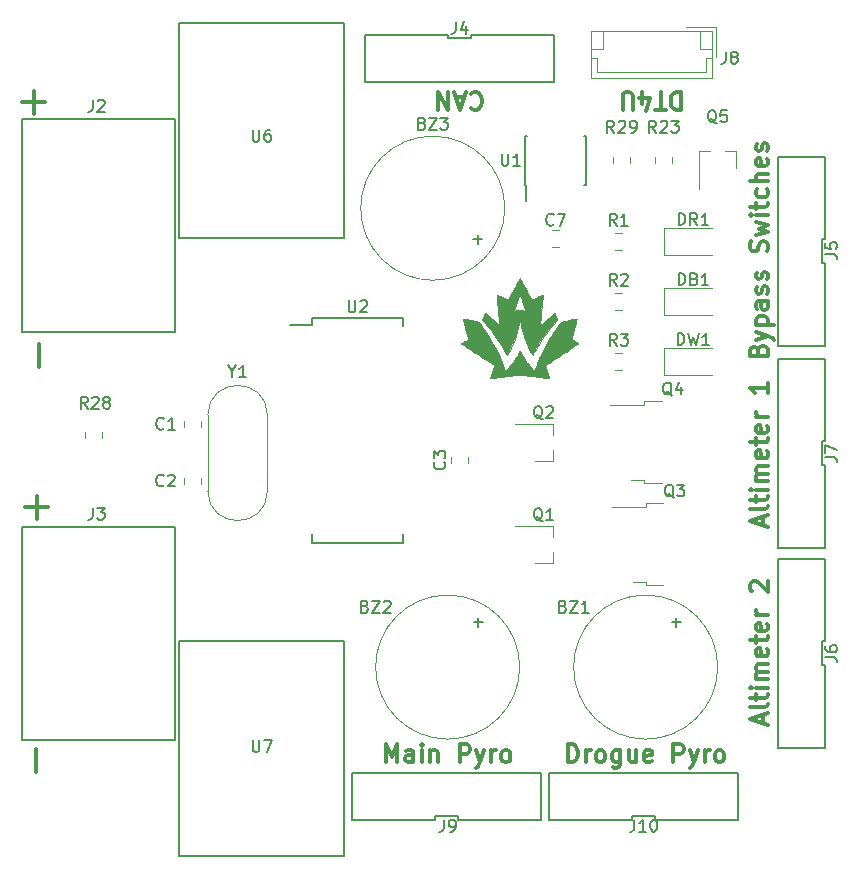
<source format=gto>
G04 #@! TF.GenerationSoftware,KiCad,Pcbnew,(5.0.1)-3*
G04 #@! TF.CreationDate,2020-01-21T11:58:44-05:00*
G04 #@! TF.ProjectId,recovery_CAN,7265636F766572795F43414E2E6B6963,rev?*
G04 #@! TF.SameCoordinates,Original*
G04 #@! TF.FileFunction,Legend,Top*
G04 #@! TF.FilePolarity,Positive*
%FSLAX46Y46*%
G04 Gerber Fmt 4.6, Leading zero omitted, Abs format (unit mm)*
G04 Created by KiCad (PCBNEW (5.0.1)-3) date 2020-01-21 11:58:44 AM*
%MOMM*%
%LPD*%
G01*
G04 APERTURE LIST*
%ADD10C,0.300000*%
%ADD11C,0.120000*%
%ADD12C,0.150000*%
%ADD13C,0.010000*%
G04 APERTURE END LIST*
D10*
X242058000Y-98964000D02*
X242058000Y-98249714D01*
X242486571Y-99106857D02*
X240986571Y-98606857D01*
X242486571Y-98106857D01*
X242486571Y-97392571D02*
X242415142Y-97535428D01*
X242272285Y-97606857D01*
X240986571Y-97606857D01*
X241486571Y-97035428D02*
X241486571Y-96464000D01*
X240986571Y-96821142D02*
X242272285Y-96821142D01*
X242415142Y-96749714D01*
X242486571Y-96606857D01*
X242486571Y-96464000D01*
X242486571Y-95964000D02*
X241486571Y-95964000D01*
X240986571Y-95964000D02*
X241058000Y-96035428D01*
X241129428Y-95964000D01*
X241058000Y-95892571D01*
X240986571Y-95964000D01*
X241129428Y-95964000D01*
X242486571Y-95249714D02*
X241486571Y-95249714D01*
X241629428Y-95249714D02*
X241558000Y-95178285D01*
X241486571Y-95035428D01*
X241486571Y-94821142D01*
X241558000Y-94678285D01*
X241700857Y-94606857D01*
X242486571Y-94606857D01*
X241700857Y-94606857D02*
X241558000Y-94535428D01*
X241486571Y-94392571D01*
X241486571Y-94178285D01*
X241558000Y-94035428D01*
X241700857Y-93964000D01*
X242486571Y-93964000D01*
X242415142Y-92678285D02*
X242486571Y-92821142D01*
X242486571Y-93106857D01*
X242415142Y-93249714D01*
X242272285Y-93321142D01*
X241700857Y-93321142D01*
X241558000Y-93249714D01*
X241486571Y-93106857D01*
X241486571Y-92821142D01*
X241558000Y-92678285D01*
X241700857Y-92606857D01*
X241843714Y-92606857D01*
X241986571Y-93321142D01*
X241486571Y-92178285D02*
X241486571Y-91606857D01*
X240986571Y-91964000D02*
X242272285Y-91964000D01*
X242415142Y-91892571D01*
X242486571Y-91749714D01*
X242486571Y-91606857D01*
X242415142Y-90535428D02*
X242486571Y-90678285D01*
X242486571Y-90964000D01*
X242415142Y-91106857D01*
X242272285Y-91178285D01*
X241700857Y-91178285D01*
X241558000Y-91106857D01*
X241486571Y-90964000D01*
X241486571Y-90678285D01*
X241558000Y-90535428D01*
X241700857Y-90464000D01*
X241843714Y-90464000D01*
X241986571Y-91178285D01*
X242486571Y-89821142D02*
X241486571Y-89821142D01*
X241772285Y-89821142D02*
X241629428Y-89749714D01*
X241558000Y-89678285D01*
X241486571Y-89535428D01*
X241486571Y-89392571D01*
X242486571Y-86964000D02*
X242486571Y-87821142D01*
X242486571Y-87392571D02*
X240986571Y-87392571D01*
X241200857Y-87535428D01*
X241343714Y-87678285D01*
X241415142Y-87821142D01*
X180775428Y-85549619D02*
X180775428Y-83614380D01*
X180521428Y-119839619D02*
X180521428Y-117904380D01*
X179372380Y-63173428D02*
X181307619Y-63173428D01*
X180340000Y-64141047D02*
X180340000Y-62205809D01*
X179626380Y-97463428D02*
X181561619Y-97463428D01*
X180594000Y-98431047D02*
X180594000Y-96495809D01*
X235128285Y-62313428D02*
X235128285Y-63813428D01*
X234771142Y-63813428D01*
X234556857Y-63742000D01*
X234414000Y-63599142D01*
X234342571Y-63456285D01*
X234271142Y-63170571D01*
X234271142Y-62956285D01*
X234342571Y-62670571D01*
X234414000Y-62527714D01*
X234556857Y-62384857D01*
X234771142Y-62313428D01*
X235128285Y-62313428D01*
X233842571Y-63813428D02*
X232985428Y-63813428D01*
X233414000Y-62313428D02*
X233414000Y-63813428D01*
X231842571Y-63313428D02*
X231842571Y-62313428D01*
X232199714Y-63884857D02*
X232556857Y-62813428D01*
X231628285Y-62813428D01*
X231056857Y-63813428D02*
X231056857Y-62599142D01*
X230985428Y-62456285D01*
X230914000Y-62384857D01*
X230771142Y-62313428D01*
X230485428Y-62313428D01*
X230342571Y-62384857D01*
X230271142Y-62456285D01*
X230199714Y-62599142D01*
X230199714Y-63813428D01*
X217372285Y-62456285D02*
X217443714Y-62384857D01*
X217658000Y-62313428D01*
X217800857Y-62313428D01*
X218015142Y-62384857D01*
X218158000Y-62527714D01*
X218229428Y-62670571D01*
X218300857Y-62956285D01*
X218300857Y-63170571D01*
X218229428Y-63456285D01*
X218158000Y-63599142D01*
X218015142Y-63742000D01*
X217800857Y-63813428D01*
X217658000Y-63813428D01*
X217443714Y-63742000D01*
X217372285Y-63670571D01*
X216800857Y-62742000D02*
X216086571Y-62742000D01*
X216943714Y-62313428D02*
X216443714Y-63813428D01*
X215943714Y-62313428D01*
X215443714Y-62313428D02*
X215443714Y-63813428D01*
X214586571Y-62313428D01*
X214586571Y-63813428D01*
X241700857Y-84156285D02*
X241772285Y-83942000D01*
X241843714Y-83870571D01*
X241986571Y-83799142D01*
X242200857Y-83799142D01*
X242343714Y-83870571D01*
X242415142Y-83942000D01*
X242486571Y-84084857D01*
X242486571Y-84656285D01*
X240986571Y-84656285D01*
X240986571Y-84156285D01*
X241058000Y-84013428D01*
X241129428Y-83942000D01*
X241272285Y-83870571D01*
X241415142Y-83870571D01*
X241558000Y-83942000D01*
X241629428Y-84013428D01*
X241700857Y-84156285D01*
X241700857Y-84656285D01*
X241486571Y-83299142D02*
X242486571Y-82942000D01*
X241486571Y-82584857D02*
X242486571Y-82942000D01*
X242843714Y-83084857D01*
X242915142Y-83156285D01*
X242986571Y-83299142D01*
X241486571Y-82013428D02*
X242986571Y-82013428D01*
X241558000Y-82013428D02*
X241486571Y-81870571D01*
X241486571Y-81584857D01*
X241558000Y-81442000D01*
X241629428Y-81370571D01*
X241772285Y-81299142D01*
X242200857Y-81299142D01*
X242343714Y-81370571D01*
X242415142Y-81442000D01*
X242486571Y-81584857D01*
X242486571Y-81870571D01*
X242415142Y-82013428D01*
X242486571Y-80013428D02*
X241700857Y-80013428D01*
X241558000Y-80084857D01*
X241486571Y-80227714D01*
X241486571Y-80513428D01*
X241558000Y-80656285D01*
X242415142Y-80013428D02*
X242486571Y-80156285D01*
X242486571Y-80513428D01*
X242415142Y-80656285D01*
X242272285Y-80727714D01*
X242129428Y-80727714D01*
X241986571Y-80656285D01*
X241915142Y-80513428D01*
X241915142Y-80156285D01*
X241843714Y-80013428D01*
X242415142Y-79370571D02*
X242486571Y-79227714D01*
X242486571Y-78942000D01*
X242415142Y-78799142D01*
X242272285Y-78727714D01*
X242200857Y-78727714D01*
X242058000Y-78799142D01*
X241986571Y-78942000D01*
X241986571Y-79156285D01*
X241915142Y-79299142D01*
X241772285Y-79370571D01*
X241700857Y-79370571D01*
X241558000Y-79299142D01*
X241486571Y-79156285D01*
X241486571Y-78942000D01*
X241558000Y-78799142D01*
X242415142Y-78156285D02*
X242486571Y-78013428D01*
X242486571Y-77727714D01*
X242415142Y-77584857D01*
X242272285Y-77513428D01*
X242200857Y-77513428D01*
X242058000Y-77584857D01*
X241986571Y-77727714D01*
X241986571Y-77942000D01*
X241915142Y-78084857D01*
X241772285Y-78156285D01*
X241700857Y-78156285D01*
X241558000Y-78084857D01*
X241486571Y-77942000D01*
X241486571Y-77727714D01*
X241558000Y-77584857D01*
X242415142Y-75799142D02*
X242486571Y-75584857D01*
X242486571Y-75227714D01*
X242415142Y-75084857D01*
X242343714Y-75013428D01*
X242200857Y-74942000D01*
X242058000Y-74942000D01*
X241915142Y-75013428D01*
X241843714Y-75084857D01*
X241772285Y-75227714D01*
X241700857Y-75513428D01*
X241629428Y-75656285D01*
X241558000Y-75727714D01*
X241415142Y-75799142D01*
X241272285Y-75799142D01*
X241129428Y-75727714D01*
X241058000Y-75656285D01*
X240986571Y-75513428D01*
X240986571Y-75156285D01*
X241058000Y-74942000D01*
X241486571Y-74442000D02*
X242486571Y-74156285D01*
X241772285Y-73870571D01*
X242486571Y-73584857D01*
X241486571Y-73299142D01*
X242486571Y-72727714D02*
X241486571Y-72727714D01*
X240986571Y-72727714D02*
X241058000Y-72799142D01*
X241129428Y-72727714D01*
X241058000Y-72656285D01*
X240986571Y-72727714D01*
X241129428Y-72727714D01*
X241486571Y-72227714D02*
X241486571Y-71656285D01*
X240986571Y-72013428D02*
X242272285Y-72013428D01*
X242415142Y-71942000D01*
X242486571Y-71799142D01*
X242486571Y-71656285D01*
X242415142Y-70513428D02*
X242486571Y-70656285D01*
X242486571Y-70942000D01*
X242415142Y-71084857D01*
X242343714Y-71156285D01*
X242200857Y-71227714D01*
X241772285Y-71227714D01*
X241629428Y-71156285D01*
X241558000Y-71084857D01*
X241486571Y-70942000D01*
X241486571Y-70656285D01*
X241558000Y-70513428D01*
X242486571Y-69870571D02*
X240986571Y-69870571D01*
X242486571Y-69227714D02*
X241700857Y-69227714D01*
X241558000Y-69299142D01*
X241486571Y-69442000D01*
X241486571Y-69656285D01*
X241558000Y-69799142D01*
X241629428Y-69870571D01*
X242415142Y-67942000D02*
X242486571Y-68084857D01*
X242486571Y-68370571D01*
X242415142Y-68513428D01*
X242272285Y-68584857D01*
X241700857Y-68584857D01*
X241558000Y-68513428D01*
X241486571Y-68370571D01*
X241486571Y-68084857D01*
X241558000Y-67942000D01*
X241700857Y-67870571D01*
X241843714Y-67870571D01*
X241986571Y-68584857D01*
X242415142Y-67299142D02*
X242486571Y-67156285D01*
X242486571Y-66870571D01*
X242415142Y-66727714D01*
X242272285Y-66656285D01*
X242200857Y-66656285D01*
X242058000Y-66727714D01*
X241986571Y-66870571D01*
X241986571Y-67084857D01*
X241915142Y-67227714D01*
X241772285Y-67299142D01*
X241700857Y-67299142D01*
X241558000Y-67227714D01*
X241486571Y-67084857D01*
X241486571Y-66870571D01*
X241558000Y-66727714D01*
X242058000Y-115728000D02*
X242058000Y-115013714D01*
X242486571Y-115870857D02*
X240986571Y-115370857D01*
X242486571Y-114870857D01*
X242486571Y-114156571D02*
X242415142Y-114299428D01*
X242272285Y-114370857D01*
X240986571Y-114370857D01*
X241486571Y-113799428D02*
X241486571Y-113228000D01*
X240986571Y-113585142D02*
X242272285Y-113585142D01*
X242415142Y-113513714D01*
X242486571Y-113370857D01*
X242486571Y-113228000D01*
X242486571Y-112728000D02*
X241486571Y-112728000D01*
X240986571Y-112728000D02*
X241058000Y-112799428D01*
X241129428Y-112728000D01*
X241058000Y-112656571D01*
X240986571Y-112728000D01*
X241129428Y-112728000D01*
X242486571Y-112013714D02*
X241486571Y-112013714D01*
X241629428Y-112013714D02*
X241558000Y-111942285D01*
X241486571Y-111799428D01*
X241486571Y-111585142D01*
X241558000Y-111442285D01*
X241700857Y-111370857D01*
X242486571Y-111370857D01*
X241700857Y-111370857D02*
X241558000Y-111299428D01*
X241486571Y-111156571D01*
X241486571Y-110942285D01*
X241558000Y-110799428D01*
X241700857Y-110728000D01*
X242486571Y-110728000D01*
X242415142Y-109442285D02*
X242486571Y-109585142D01*
X242486571Y-109870857D01*
X242415142Y-110013714D01*
X242272285Y-110085142D01*
X241700857Y-110085142D01*
X241558000Y-110013714D01*
X241486571Y-109870857D01*
X241486571Y-109585142D01*
X241558000Y-109442285D01*
X241700857Y-109370857D01*
X241843714Y-109370857D01*
X241986571Y-110085142D01*
X241486571Y-108942285D02*
X241486571Y-108370857D01*
X240986571Y-108728000D02*
X242272285Y-108728000D01*
X242415142Y-108656571D01*
X242486571Y-108513714D01*
X242486571Y-108370857D01*
X242415142Y-107299428D02*
X242486571Y-107442285D01*
X242486571Y-107728000D01*
X242415142Y-107870857D01*
X242272285Y-107942285D01*
X241700857Y-107942285D01*
X241558000Y-107870857D01*
X241486571Y-107728000D01*
X241486571Y-107442285D01*
X241558000Y-107299428D01*
X241700857Y-107228000D01*
X241843714Y-107228000D01*
X241986571Y-107942285D01*
X242486571Y-106585142D02*
X241486571Y-106585142D01*
X241772285Y-106585142D02*
X241629428Y-106513714D01*
X241558000Y-106442285D01*
X241486571Y-106299428D01*
X241486571Y-106156571D01*
X241129428Y-104585142D02*
X241058000Y-104513714D01*
X240986571Y-104370857D01*
X240986571Y-104013714D01*
X241058000Y-103870857D01*
X241129428Y-103799428D01*
X241272285Y-103728000D01*
X241415142Y-103728000D01*
X241629428Y-103799428D01*
X242486571Y-104656571D01*
X242486571Y-103728000D01*
X210142000Y-119042571D02*
X210142000Y-117542571D01*
X210642000Y-118614000D01*
X211142000Y-117542571D01*
X211142000Y-119042571D01*
X212499142Y-119042571D02*
X212499142Y-118256857D01*
X212427714Y-118114000D01*
X212284857Y-118042571D01*
X211999142Y-118042571D01*
X211856285Y-118114000D01*
X212499142Y-118971142D02*
X212356285Y-119042571D01*
X211999142Y-119042571D01*
X211856285Y-118971142D01*
X211784857Y-118828285D01*
X211784857Y-118685428D01*
X211856285Y-118542571D01*
X211999142Y-118471142D01*
X212356285Y-118471142D01*
X212499142Y-118399714D01*
X213213428Y-119042571D02*
X213213428Y-118042571D01*
X213213428Y-117542571D02*
X213142000Y-117614000D01*
X213213428Y-117685428D01*
X213284857Y-117614000D01*
X213213428Y-117542571D01*
X213213428Y-117685428D01*
X213927714Y-118042571D02*
X213927714Y-119042571D01*
X213927714Y-118185428D02*
X213999142Y-118114000D01*
X214142000Y-118042571D01*
X214356285Y-118042571D01*
X214499142Y-118114000D01*
X214570571Y-118256857D01*
X214570571Y-119042571D01*
X216427714Y-119042571D02*
X216427714Y-117542571D01*
X216999142Y-117542571D01*
X217142000Y-117614000D01*
X217213428Y-117685428D01*
X217284857Y-117828285D01*
X217284857Y-118042571D01*
X217213428Y-118185428D01*
X217142000Y-118256857D01*
X216999142Y-118328285D01*
X216427714Y-118328285D01*
X217784857Y-118042571D02*
X218142000Y-119042571D01*
X218499142Y-118042571D02*
X218142000Y-119042571D01*
X217999142Y-119399714D01*
X217927714Y-119471142D01*
X217784857Y-119542571D01*
X219070571Y-119042571D02*
X219070571Y-118042571D01*
X219070571Y-118328285D02*
X219142000Y-118185428D01*
X219213428Y-118114000D01*
X219356285Y-118042571D01*
X219499142Y-118042571D01*
X220213428Y-119042571D02*
X220070571Y-118971142D01*
X219999142Y-118899714D01*
X219927714Y-118756857D01*
X219927714Y-118328285D01*
X219999142Y-118185428D01*
X220070571Y-118114000D01*
X220213428Y-118042571D01*
X220427714Y-118042571D01*
X220570571Y-118114000D01*
X220642000Y-118185428D01*
X220713428Y-118328285D01*
X220713428Y-118756857D01*
X220642000Y-118899714D01*
X220570571Y-118971142D01*
X220427714Y-119042571D01*
X220213428Y-119042571D01*
X225584571Y-119042571D02*
X225584571Y-117542571D01*
X225941714Y-117542571D01*
X226156000Y-117614000D01*
X226298857Y-117756857D01*
X226370285Y-117899714D01*
X226441714Y-118185428D01*
X226441714Y-118399714D01*
X226370285Y-118685428D01*
X226298857Y-118828285D01*
X226156000Y-118971142D01*
X225941714Y-119042571D01*
X225584571Y-119042571D01*
X227084571Y-119042571D02*
X227084571Y-118042571D01*
X227084571Y-118328285D02*
X227156000Y-118185428D01*
X227227428Y-118114000D01*
X227370285Y-118042571D01*
X227513142Y-118042571D01*
X228227428Y-119042571D02*
X228084571Y-118971142D01*
X228013142Y-118899714D01*
X227941714Y-118756857D01*
X227941714Y-118328285D01*
X228013142Y-118185428D01*
X228084571Y-118114000D01*
X228227428Y-118042571D01*
X228441714Y-118042571D01*
X228584571Y-118114000D01*
X228656000Y-118185428D01*
X228727428Y-118328285D01*
X228727428Y-118756857D01*
X228656000Y-118899714D01*
X228584571Y-118971142D01*
X228441714Y-119042571D01*
X228227428Y-119042571D01*
X230013142Y-118042571D02*
X230013142Y-119256857D01*
X229941714Y-119399714D01*
X229870285Y-119471142D01*
X229727428Y-119542571D01*
X229513142Y-119542571D01*
X229370285Y-119471142D01*
X230013142Y-118971142D02*
X229870285Y-119042571D01*
X229584571Y-119042571D01*
X229441714Y-118971142D01*
X229370285Y-118899714D01*
X229298857Y-118756857D01*
X229298857Y-118328285D01*
X229370285Y-118185428D01*
X229441714Y-118114000D01*
X229584571Y-118042571D01*
X229870285Y-118042571D01*
X230013142Y-118114000D01*
X231370285Y-118042571D02*
X231370285Y-119042571D01*
X230727428Y-118042571D02*
X230727428Y-118828285D01*
X230798857Y-118971142D01*
X230941714Y-119042571D01*
X231156000Y-119042571D01*
X231298857Y-118971142D01*
X231370285Y-118899714D01*
X232656000Y-118971142D02*
X232513142Y-119042571D01*
X232227428Y-119042571D01*
X232084571Y-118971142D01*
X232013142Y-118828285D01*
X232013142Y-118256857D01*
X232084571Y-118114000D01*
X232227428Y-118042571D01*
X232513142Y-118042571D01*
X232656000Y-118114000D01*
X232727428Y-118256857D01*
X232727428Y-118399714D01*
X232013142Y-118542571D01*
X234513142Y-119042571D02*
X234513142Y-117542571D01*
X235084571Y-117542571D01*
X235227428Y-117614000D01*
X235298857Y-117685428D01*
X235370285Y-117828285D01*
X235370285Y-118042571D01*
X235298857Y-118185428D01*
X235227428Y-118256857D01*
X235084571Y-118328285D01*
X234513142Y-118328285D01*
X235870285Y-118042571D02*
X236227428Y-119042571D01*
X236584571Y-118042571D02*
X236227428Y-119042571D01*
X236084571Y-119399714D01*
X236013142Y-119471142D01*
X235870285Y-119542571D01*
X237156000Y-119042571D02*
X237156000Y-118042571D01*
X237156000Y-118328285D02*
X237227428Y-118185428D01*
X237298857Y-118114000D01*
X237441714Y-118042571D01*
X237584571Y-118042571D01*
X238298857Y-119042571D02*
X238156000Y-118971142D01*
X238084571Y-118899714D01*
X238013142Y-118756857D01*
X238013142Y-118328285D01*
X238084571Y-118185428D01*
X238156000Y-118114000D01*
X238298857Y-118042571D01*
X238513142Y-118042571D01*
X238656000Y-118114000D01*
X238727428Y-118185428D01*
X238798857Y-118328285D01*
X238798857Y-118756857D01*
X238727428Y-118899714D01*
X238656000Y-118971142D01*
X238513142Y-119042571D01*
X238298857Y-119042571D01*
D11*
G04 #@! TO.C,Y1*
X200137000Y-89664000D02*
X200137000Y-96064000D01*
X195087000Y-89664000D02*
X195087000Y-96064000D01*
X195087000Y-89664000D02*
G75*
G02X200137000Y-89664000I2525000J0D01*
G01*
X195087000Y-96064000D02*
G75*
G03X200137000Y-96064000I2525000J0D01*
G01*
D12*
G04 #@! TO.C,J3*
X179338000Y-117168000D02*
X192338000Y-117168000D01*
X192338000Y-99118000D02*
X192338000Y-117168000D01*
X179338000Y-99118000D02*
X192338000Y-99118000D01*
X179338000Y-117168000D02*
X179338000Y-99118000D01*
D11*
G04 #@! TO.C,BZ3*
X220232000Y-72136000D02*
G75*
G03X220232000Y-72136000I-6100000J0D01*
G01*
D12*
G04 #@! TO.C,U2*
X203897000Y-81407000D02*
X203897000Y-82057000D01*
X211647000Y-81407000D02*
X211647000Y-82152000D01*
X211647000Y-100457000D02*
X211647000Y-99712000D01*
X203897000Y-100457000D02*
X203897000Y-99712000D01*
X203897000Y-81407000D02*
X211647000Y-81407000D01*
X203897000Y-100457000D02*
X211647000Y-100457000D01*
X203897000Y-82057000D02*
X202072000Y-82057000D01*
G04 #@! TO.C,J7*
X243364000Y-100876000D02*
X247364000Y-100876000D01*
X243364000Y-84876000D02*
X243364000Y-100876000D01*
X247364000Y-84876000D02*
X243364000Y-84876000D01*
X247364000Y-91876000D02*
X247364000Y-84876000D01*
X247064000Y-91876000D02*
X247364000Y-91876000D01*
X247064000Y-93876000D02*
X247064000Y-91876000D01*
X247364000Y-93876000D02*
X247064000Y-93876000D01*
X247364000Y-100876000D02*
X247364000Y-93876000D01*
D11*
G04 #@! TO.C,DB1*
X233723500Y-81145000D02*
X237783500Y-81145000D01*
X233723500Y-78875000D02*
X233723500Y-81145000D01*
X237783500Y-78875000D02*
X233723500Y-78875000D01*
G04 #@! TO.C,DR1*
X237783500Y-73795000D02*
X233723500Y-73795000D01*
X233723500Y-73795000D02*
X233723500Y-76065000D01*
X233723500Y-76065000D02*
X237783500Y-76065000D01*
G04 #@! TO.C,DW1*
X237783500Y-83955000D02*
X233723500Y-83955000D01*
X233723500Y-83955000D02*
X233723500Y-86225000D01*
X233723500Y-86225000D02*
X237783500Y-86225000D01*
G04 #@! TO.C,C1*
X193092000Y-90685252D02*
X193092000Y-90162748D01*
X194512000Y-90685252D02*
X194512000Y-90162748D01*
G04 #@! TO.C,C2*
X193092000Y-94988748D02*
X193092000Y-95511252D01*
X194512000Y-94988748D02*
X194512000Y-95511252D01*
G04 #@! TO.C,C7*
X224788252Y-75386000D02*
X224265748Y-75386000D01*
X224788252Y-73966000D02*
X224265748Y-73966000D01*
G04 #@! TO.C,C3*
X215698000Y-93724252D02*
X215698000Y-93201748D01*
X217118000Y-93724252D02*
X217118000Y-93201748D01*
D12*
G04 #@! TO.C,U1*
X221961000Y-70147000D02*
X222011000Y-70147000D01*
X221961000Y-65997000D02*
X222106000Y-65997000D01*
X227111000Y-65997000D02*
X226966000Y-65997000D01*
X227111000Y-70147000D02*
X226966000Y-70147000D01*
X221961000Y-70147000D02*
X221961000Y-65997000D01*
X227111000Y-70147000D02*
X227111000Y-65997000D01*
X222011000Y-70147000D02*
X222011000Y-71547000D01*
D11*
G04 #@! TO.C,R1*
X230122252Y-74220000D02*
X229599748Y-74220000D01*
X230122252Y-75640000D02*
X229599748Y-75640000D01*
G04 #@! TO.C,R2*
X230122252Y-80720000D02*
X229599748Y-80720000D01*
X230122252Y-79300000D02*
X229599748Y-79300000D01*
G04 #@! TO.C,R3*
X230122252Y-84380000D02*
X229599748Y-84380000D01*
X230122252Y-85800000D02*
X229599748Y-85800000D01*
G04 #@! TO.C,R23*
X232970000Y-68324252D02*
X232970000Y-67801748D01*
X234390000Y-68324252D02*
X234390000Y-67801748D01*
G04 #@! TO.C,R28*
X186130000Y-91583252D02*
X186130000Y-91060748D01*
X184710000Y-91583252D02*
X184710000Y-91060748D01*
G04 #@! TO.C,R29*
X229414000Y-67810748D02*
X229414000Y-68333252D01*
X230834000Y-67810748D02*
X230834000Y-68333252D01*
G04 #@! TO.C,Q1*
X224280000Y-102164000D02*
X224280000Y-101234000D01*
X224280000Y-99004000D02*
X224280000Y-99934000D01*
X224280000Y-99004000D02*
X221120000Y-99004000D01*
X224280000Y-102164000D02*
X222820000Y-102164000D01*
G04 #@! TO.C,Q2*
X224280000Y-93528000D02*
X222820000Y-93528000D01*
X224280000Y-90368000D02*
X221120000Y-90368000D01*
X224280000Y-90368000D02*
X224280000Y-91298000D01*
X224280000Y-93528000D02*
X224280000Y-92598000D01*
G04 #@! TO.C,Q3*
X233658000Y-97134000D02*
X232158000Y-97134000D01*
X232158000Y-97134000D02*
X232158000Y-97404000D01*
X232158000Y-97404000D02*
X229328000Y-97404000D01*
X233658000Y-104034000D02*
X232158000Y-104034000D01*
X232158000Y-104034000D02*
X232158000Y-103764000D01*
X232158000Y-103764000D02*
X231058000Y-103764000D01*
G04 #@! TO.C,Q4*
X232007000Y-95129000D02*
X230907000Y-95129000D01*
X232007000Y-95399000D02*
X232007000Y-95129000D01*
X233507000Y-95399000D02*
X232007000Y-95399000D01*
X232007000Y-88769000D02*
X229177000Y-88769000D01*
X232007000Y-88499000D02*
X232007000Y-88769000D01*
X233507000Y-88499000D02*
X232007000Y-88499000D01*
D12*
G04 #@! TO.C,J4*
X224408000Y-57452000D02*
X217408000Y-57452000D01*
X217408000Y-57452000D02*
X217408000Y-57752000D01*
X217408000Y-57752000D02*
X215408000Y-57752000D01*
X215408000Y-57752000D02*
X215408000Y-57452000D01*
X215408000Y-57452000D02*
X208408000Y-57452000D01*
X208408000Y-57452000D02*
X208408000Y-61452000D01*
X208408000Y-61452000D02*
X224408000Y-61452000D01*
X224408000Y-61452000D02*
X224408000Y-57452000D01*
G04 #@! TO.C,U6*
X192643760Y-74676000D02*
X192643760Y-56476900D01*
X192643760Y-56476900D02*
X206644240Y-56476900D01*
X206644240Y-56476900D02*
X206644240Y-74676000D01*
X206644240Y-74676000D02*
X192643760Y-74676000D01*
G04 #@! TO.C,U7*
X206644240Y-127000000D02*
X192643760Y-127000000D01*
X206644240Y-108800900D02*
X206644240Y-127000000D01*
X192643760Y-108800900D02*
X206644240Y-108800900D01*
X192643760Y-127000000D02*
X192643760Y-108800900D01*
G04 #@! TO.C,J5*
X247364000Y-83780000D02*
X247364000Y-76780000D01*
X247364000Y-76780000D02*
X247064000Y-76780000D01*
X247064000Y-76780000D02*
X247064000Y-74780000D01*
X247064000Y-74780000D02*
X247364000Y-74780000D01*
X247364000Y-74780000D02*
X247364000Y-67780000D01*
X247364000Y-67780000D02*
X243364000Y-67780000D01*
X243364000Y-67780000D02*
X243364000Y-83780000D01*
X243364000Y-83780000D02*
X247364000Y-83780000D01*
G04 #@! TO.C,J6*
X247364000Y-117816000D02*
X247364000Y-110816000D01*
X247364000Y-110816000D02*
X247064000Y-110816000D01*
X247064000Y-110816000D02*
X247064000Y-108816000D01*
X247064000Y-108816000D02*
X247364000Y-108816000D01*
X247364000Y-108816000D02*
X247364000Y-101816000D01*
X247364000Y-101816000D02*
X243364000Y-101816000D01*
X243364000Y-101816000D02*
X243364000Y-117816000D01*
X243364000Y-117816000D02*
X247364000Y-117816000D01*
G04 #@! TO.C,J9*
X207304000Y-119920000D02*
X207304000Y-123920000D01*
X223304000Y-119920000D02*
X207304000Y-119920000D01*
X223304000Y-123920000D02*
X223304000Y-119920000D01*
X216304000Y-123920000D02*
X223304000Y-123920000D01*
X216304000Y-123620000D02*
X216304000Y-123920000D01*
X214304000Y-123620000D02*
X216304000Y-123620000D01*
X214304000Y-123920000D02*
X214304000Y-123620000D01*
X207304000Y-123920000D02*
X214304000Y-123920000D01*
G04 #@! TO.C,J10*
X223990000Y-123920000D02*
X230990000Y-123920000D01*
X230990000Y-123920000D02*
X230990000Y-123620000D01*
X230990000Y-123620000D02*
X232990000Y-123620000D01*
X232990000Y-123620000D02*
X232990000Y-123920000D01*
X232990000Y-123920000D02*
X239990000Y-123920000D01*
X239990000Y-123920000D02*
X239990000Y-119920000D01*
X239990000Y-119920000D02*
X223990000Y-119920000D01*
X223990000Y-119920000D02*
X223990000Y-123920000D01*
G04 #@! TO.C,J2*
X179338000Y-82624000D02*
X192338000Y-82624000D01*
X192338000Y-64574000D02*
X192338000Y-82624000D01*
X179338000Y-64574000D02*
X192338000Y-64574000D01*
X179338000Y-82624000D02*
X179338000Y-64574000D01*
D11*
G04 #@! TO.C,BZ1*
X238256000Y-110988000D02*
G75*
G03X238256000Y-110988000I-6100000J0D01*
G01*
G04 #@! TO.C,BZ2*
X221492000Y-110988000D02*
G75*
G03X221492000Y-110988000I-6100000J0D01*
G01*
G04 #@! TO.C,J8*
X237774000Y-61146000D02*
X237774000Y-57126000D01*
X237774000Y-57126000D02*
X227554000Y-57126000D01*
X227554000Y-57126000D02*
X227554000Y-61146000D01*
X227554000Y-61146000D02*
X237774000Y-61146000D01*
X237774000Y-59436000D02*
X237274000Y-59436000D01*
X237274000Y-59436000D02*
X237274000Y-60646000D01*
X237274000Y-60646000D02*
X228054000Y-60646000D01*
X228054000Y-60646000D02*
X228054000Y-59436000D01*
X228054000Y-59436000D02*
X227554000Y-59436000D01*
X237774000Y-58626000D02*
X236774000Y-58626000D01*
X236774000Y-58626000D02*
X236774000Y-57126000D01*
X227554000Y-58626000D02*
X228554000Y-58626000D01*
X228554000Y-58626000D02*
X228554000Y-57126000D01*
X238074000Y-59326000D02*
X238074000Y-56826000D01*
X238074000Y-56826000D02*
X235574000Y-56826000D01*
G04 #@! TO.C,Q5*
X239832000Y-67312000D02*
X239832000Y-68772000D01*
X236672000Y-67312000D02*
X236672000Y-70472000D01*
X236672000Y-67312000D02*
X237602000Y-67312000D01*
X239832000Y-67312000D02*
X238902000Y-67312000D01*
D13*
G04 #@! TO.C,G\002A\002A\002A*
G36*
X221503828Y-78091810D02*
X221525031Y-78126138D01*
X221557466Y-78180988D01*
X221600034Y-78254430D01*
X221651634Y-78344537D01*
X221711166Y-78449380D01*
X221777530Y-78567029D01*
X221849626Y-78695556D01*
X221926352Y-78833033D01*
X221992894Y-78952787D01*
X222072738Y-79096733D01*
X222148795Y-79233789D01*
X222219965Y-79361976D01*
X222285147Y-79479311D01*
X222343238Y-79583816D01*
X222393138Y-79673509D01*
X222433745Y-79746410D01*
X222463959Y-79800539D01*
X222482678Y-79833916D01*
X222488667Y-79844394D01*
X222497114Y-79847201D01*
X222516819Y-79843900D01*
X222549826Y-79833702D01*
X222598180Y-79815817D01*
X222663923Y-79789456D01*
X222749102Y-79753831D01*
X222855760Y-79708152D01*
X222969565Y-79658770D01*
X223076458Y-79612519D01*
X223175265Y-79570396D01*
X223263109Y-79533580D01*
X223337113Y-79503250D01*
X223394398Y-79480585D01*
X223432086Y-79466763D01*
X223447301Y-79462964D01*
X223447399Y-79463034D01*
X223447360Y-79477846D01*
X223444790Y-79518416D01*
X223439859Y-79582798D01*
X223432742Y-79669044D01*
X223423610Y-79775209D01*
X223412635Y-79899346D01*
X223399990Y-80039509D01*
X223385848Y-80193751D01*
X223370380Y-80360127D01*
X223353760Y-80536690D01*
X223336159Y-80721493D01*
X223333212Y-80752226D01*
X223315441Y-80938115D01*
X223298564Y-81116027D01*
X223282758Y-81284020D01*
X223268198Y-81440154D01*
X223255063Y-81582488D01*
X223243528Y-81709082D01*
X223233769Y-81817995D01*
X223225965Y-81907285D01*
X223220291Y-81975013D01*
X223216923Y-82019238D01*
X223216040Y-82038019D01*
X223216145Y-82038538D01*
X223227303Y-82030621D01*
X223257375Y-82005773D01*
X223304513Y-81965605D01*
X223366867Y-81911726D01*
X223442591Y-81845745D01*
X223529835Y-81769272D01*
X223626751Y-81683918D01*
X223731490Y-81591291D01*
X223824122Y-81509079D01*
X223934216Y-81411387D01*
X224038199Y-81319446D01*
X224134200Y-81234890D01*
X224220348Y-81159352D01*
X224294769Y-81094465D01*
X224355594Y-81041861D01*
X224400949Y-81003174D01*
X224428964Y-80980035D01*
X224437706Y-80973809D01*
X224441955Y-80976925D01*
X224448484Y-80987816D01*
X224458198Y-81008795D01*
X224472002Y-81042177D01*
X224490801Y-81090276D01*
X224515501Y-81155404D01*
X224547006Y-81239877D01*
X224586222Y-81346007D01*
X224631506Y-81469166D01*
X224672853Y-81581784D01*
X224554252Y-81718604D01*
X224401232Y-81899611D01*
X224240733Y-82097790D01*
X224075007Y-82309920D01*
X223906306Y-82532782D01*
X223736879Y-82763156D01*
X223568979Y-82997821D01*
X223404857Y-83233558D01*
X223246764Y-83467146D01*
X223096952Y-83695366D01*
X222957672Y-83914997D01*
X222831174Y-84122819D01*
X222719711Y-84315613D01*
X222652384Y-84438873D01*
X222576801Y-84581245D01*
X222530889Y-84514515D01*
X222443367Y-84377790D01*
X222352677Y-84218444D01*
X222260999Y-84041174D01*
X222170514Y-83850674D01*
X222083404Y-83651642D01*
X222001849Y-83448774D01*
X221928031Y-83246765D01*
X221891615Y-83138028D01*
X221825949Y-82923960D01*
X221760222Y-82688794D01*
X221696089Y-82439211D01*
X221635209Y-82181896D01*
X221579237Y-81923531D01*
X221535692Y-81702394D01*
X221496258Y-81491527D01*
X221424607Y-81848531D01*
X221345426Y-82220304D01*
X221262014Y-82566580D01*
X221173620Y-82889476D01*
X221079494Y-83191112D01*
X220978885Y-83473606D01*
X220871043Y-83739077D01*
X220755218Y-83989644D01*
X220630660Y-84227427D01*
X220508537Y-84435377D01*
X220475287Y-84488208D01*
X220446863Y-84531711D01*
X220426714Y-84560711D01*
X220418892Y-84569978D01*
X220408561Y-84561278D01*
X220389331Y-84532679D01*
X220364473Y-84489318D01*
X220349925Y-84461697D01*
X220269030Y-84310968D01*
X220171782Y-84142122D01*
X220060158Y-83957990D01*
X219936132Y-83761403D01*
X219801681Y-83555194D01*
X219658781Y-83342193D01*
X219509408Y-83125232D01*
X219355538Y-82907144D01*
X219199147Y-82690758D01*
X219042211Y-82478908D01*
X218886706Y-82274425D01*
X218734608Y-82080139D01*
X218587893Y-81898884D01*
X218448537Y-81733489D01*
X218435666Y-81718604D01*
X218317065Y-81581784D01*
X218358412Y-81469166D01*
X218405808Y-81340271D01*
X218444631Y-81235236D01*
X218475783Y-81151748D01*
X218500169Y-81087495D01*
X218518693Y-81040164D01*
X218532259Y-81007443D01*
X218541771Y-80987020D01*
X218548133Y-80976582D01*
X218552064Y-80973809D01*
X218564244Y-80982801D01*
X218595327Y-81008689D01*
X218643439Y-81049841D01*
X218706710Y-81104626D01*
X218783267Y-81171411D01*
X218871239Y-81248565D01*
X218968755Y-81334455D01*
X219073942Y-81427451D01*
X219165802Y-81508924D01*
X219275727Y-81606381D01*
X219379373Y-81697924D01*
X219474892Y-81781945D01*
X219560436Y-81856835D01*
X219634156Y-81920983D01*
X219694204Y-81972780D01*
X219738732Y-82010618D01*
X219765890Y-82032887D01*
X219773928Y-82038383D01*
X219773449Y-82024018D01*
X219770459Y-81983887D01*
X219765133Y-81919932D01*
X219757650Y-81834093D01*
X219748186Y-81728309D01*
X219736917Y-81604522D01*
X219724021Y-81464672D01*
X219709675Y-81310699D01*
X219694054Y-81144543D01*
X219677337Y-80968146D01*
X219675177Y-80945517D01*
X220989239Y-80945517D01*
X220994325Y-80947002D01*
X221014776Y-80931940D01*
X221046335Y-80903527D01*
X221050419Y-80899611D01*
X221099655Y-80858626D01*
X221160836Y-80816615D01*
X221216603Y-80784857D01*
X221340824Y-80737687D01*
X221466922Y-80717548D01*
X221592146Y-80724020D01*
X221713743Y-80756685D01*
X221828961Y-80815125D01*
X221928904Y-80893106D01*
X221964523Y-80924838D01*
X221989807Y-80944248D01*
X222000583Y-80948247D01*
X222000361Y-80945973D01*
X221994993Y-80929234D01*
X221982093Y-80888302D01*
X221962407Y-80825562D01*
X221936681Y-80743396D01*
X221905659Y-80644191D01*
X221870088Y-80530328D01*
X221830713Y-80404193D01*
X221788280Y-80268169D01*
X221745759Y-80131781D01*
X221701294Y-79989200D01*
X221659315Y-79854742D01*
X221620546Y-79730722D01*
X221585713Y-79619456D01*
X221555542Y-79523256D01*
X221530760Y-79444438D01*
X221512091Y-79385316D01*
X221500262Y-79348205D01*
X221496008Y-79335424D01*
X221491539Y-79347775D01*
X221479530Y-79384420D01*
X221460703Y-79443072D01*
X221435782Y-79521444D01*
X221405489Y-79617248D01*
X221370548Y-79728199D01*
X221331682Y-79852009D01*
X221289614Y-79986391D01*
X221245166Y-80128739D01*
X221200402Y-80272217D01*
X221157981Y-80408064D01*
X221118647Y-80533901D01*
X221083146Y-80647353D01*
X221052223Y-80746042D01*
X221026622Y-80827590D01*
X221007087Y-80889621D01*
X220994365Y-80929757D01*
X220989239Y-80945517D01*
X219675177Y-80945517D01*
X219659700Y-80783447D01*
X219656706Y-80752226D01*
X219638963Y-80566262D01*
X219622175Y-80388220D01*
X219606514Y-80220045D01*
X219592152Y-80063685D01*
X219579262Y-79921086D01*
X219568016Y-79794195D01*
X219558586Y-79684958D01*
X219551144Y-79595322D01*
X219545862Y-79527233D01*
X219542913Y-79482639D01*
X219542469Y-79463484D01*
X219542646Y-79462907D01*
X219556971Y-79466256D01*
X219593875Y-79479663D01*
X219650472Y-79501948D01*
X219723875Y-79531932D01*
X219811197Y-79568435D01*
X219909550Y-79610277D01*
X220016048Y-79656278D01*
X220018249Y-79657236D01*
X220124771Y-79703540D01*
X220223011Y-79746138D01*
X220310105Y-79783797D01*
X220383192Y-79815284D01*
X220439410Y-79839366D01*
X220475897Y-79854809D01*
X220489790Y-79860382D01*
X220489818Y-79860384D01*
X220497169Y-79848521D01*
X220516919Y-79814206D01*
X220548004Y-79759344D01*
X220589354Y-79685843D01*
X220639904Y-79595612D01*
X220698586Y-79490557D01*
X220764333Y-79372586D01*
X220836079Y-79243607D01*
X220912755Y-79105526D01*
X220987822Y-78970132D01*
X221068297Y-78825212D01*
X221145063Y-78687622D01*
X221217032Y-78559271D01*
X221283116Y-78442072D01*
X221342226Y-78337933D01*
X221393275Y-78248764D01*
X221435174Y-78176476D01*
X221466835Y-78122978D01*
X221487169Y-78090182D01*
X221494959Y-78079933D01*
X221503828Y-78091810D01*
X221503828Y-78091810D01*
G37*
X221503828Y-78091810D02*
X221525031Y-78126138D01*
X221557466Y-78180988D01*
X221600034Y-78254430D01*
X221651634Y-78344537D01*
X221711166Y-78449380D01*
X221777530Y-78567029D01*
X221849626Y-78695556D01*
X221926352Y-78833033D01*
X221992894Y-78952787D01*
X222072738Y-79096733D01*
X222148795Y-79233789D01*
X222219965Y-79361976D01*
X222285147Y-79479311D01*
X222343238Y-79583816D01*
X222393138Y-79673509D01*
X222433745Y-79746410D01*
X222463959Y-79800539D01*
X222482678Y-79833916D01*
X222488667Y-79844394D01*
X222497114Y-79847201D01*
X222516819Y-79843900D01*
X222549826Y-79833702D01*
X222598180Y-79815817D01*
X222663923Y-79789456D01*
X222749102Y-79753831D01*
X222855760Y-79708152D01*
X222969565Y-79658770D01*
X223076458Y-79612519D01*
X223175265Y-79570396D01*
X223263109Y-79533580D01*
X223337113Y-79503250D01*
X223394398Y-79480585D01*
X223432086Y-79466763D01*
X223447301Y-79462964D01*
X223447399Y-79463034D01*
X223447360Y-79477846D01*
X223444790Y-79518416D01*
X223439859Y-79582798D01*
X223432742Y-79669044D01*
X223423610Y-79775209D01*
X223412635Y-79899346D01*
X223399990Y-80039509D01*
X223385848Y-80193751D01*
X223370380Y-80360127D01*
X223353760Y-80536690D01*
X223336159Y-80721493D01*
X223333212Y-80752226D01*
X223315441Y-80938115D01*
X223298564Y-81116027D01*
X223282758Y-81284020D01*
X223268198Y-81440154D01*
X223255063Y-81582488D01*
X223243528Y-81709082D01*
X223233769Y-81817995D01*
X223225965Y-81907285D01*
X223220291Y-81975013D01*
X223216923Y-82019238D01*
X223216040Y-82038019D01*
X223216145Y-82038538D01*
X223227303Y-82030621D01*
X223257375Y-82005773D01*
X223304513Y-81965605D01*
X223366867Y-81911726D01*
X223442591Y-81845745D01*
X223529835Y-81769272D01*
X223626751Y-81683918D01*
X223731490Y-81591291D01*
X223824122Y-81509079D01*
X223934216Y-81411387D01*
X224038199Y-81319446D01*
X224134200Y-81234890D01*
X224220348Y-81159352D01*
X224294769Y-81094465D01*
X224355594Y-81041861D01*
X224400949Y-81003174D01*
X224428964Y-80980035D01*
X224437706Y-80973809D01*
X224441955Y-80976925D01*
X224448484Y-80987816D01*
X224458198Y-81008795D01*
X224472002Y-81042177D01*
X224490801Y-81090276D01*
X224515501Y-81155404D01*
X224547006Y-81239877D01*
X224586222Y-81346007D01*
X224631506Y-81469166D01*
X224672853Y-81581784D01*
X224554252Y-81718604D01*
X224401232Y-81899611D01*
X224240733Y-82097790D01*
X224075007Y-82309920D01*
X223906306Y-82532782D01*
X223736879Y-82763156D01*
X223568979Y-82997821D01*
X223404857Y-83233558D01*
X223246764Y-83467146D01*
X223096952Y-83695366D01*
X222957672Y-83914997D01*
X222831174Y-84122819D01*
X222719711Y-84315613D01*
X222652384Y-84438873D01*
X222576801Y-84581245D01*
X222530889Y-84514515D01*
X222443367Y-84377790D01*
X222352677Y-84218444D01*
X222260999Y-84041174D01*
X222170514Y-83850674D01*
X222083404Y-83651642D01*
X222001849Y-83448774D01*
X221928031Y-83246765D01*
X221891615Y-83138028D01*
X221825949Y-82923960D01*
X221760222Y-82688794D01*
X221696089Y-82439211D01*
X221635209Y-82181896D01*
X221579237Y-81923531D01*
X221535692Y-81702394D01*
X221496258Y-81491527D01*
X221424607Y-81848531D01*
X221345426Y-82220304D01*
X221262014Y-82566580D01*
X221173620Y-82889476D01*
X221079494Y-83191112D01*
X220978885Y-83473606D01*
X220871043Y-83739077D01*
X220755218Y-83989644D01*
X220630660Y-84227427D01*
X220508537Y-84435377D01*
X220475287Y-84488208D01*
X220446863Y-84531711D01*
X220426714Y-84560711D01*
X220418892Y-84569978D01*
X220408561Y-84561278D01*
X220389331Y-84532679D01*
X220364473Y-84489318D01*
X220349925Y-84461697D01*
X220269030Y-84310968D01*
X220171782Y-84142122D01*
X220060158Y-83957990D01*
X219936132Y-83761403D01*
X219801681Y-83555194D01*
X219658781Y-83342193D01*
X219509408Y-83125232D01*
X219355538Y-82907144D01*
X219199147Y-82690758D01*
X219042211Y-82478908D01*
X218886706Y-82274425D01*
X218734608Y-82080139D01*
X218587893Y-81898884D01*
X218448537Y-81733489D01*
X218435666Y-81718604D01*
X218317065Y-81581784D01*
X218358412Y-81469166D01*
X218405808Y-81340271D01*
X218444631Y-81235236D01*
X218475783Y-81151748D01*
X218500169Y-81087495D01*
X218518693Y-81040164D01*
X218532259Y-81007443D01*
X218541771Y-80987020D01*
X218548133Y-80976582D01*
X218552064Y-80973809D01*
X218564244Y-80982801D01*
X218595327Y-81008689D01*
X218643439Y-81049841D01*
X218706710Y-81104626D01*
X218783267Y-81171411D01*
X218871239Y-81248565D01*
X218968755Y-81334455D01*
X219073942Y-81427451D01*
X219165802Y-81508924D01*
X219275727Y-81606381D01*
X219379373Y-81697924D01*
X219474892Y-81781945D01*
X219560436Y-81856835D01*
X219634156Y-81920983D01*
X219694204Y-81972780D01*
X219738732Y-82010618D01*
X219765890Y-82032887D01*
X219773928Y-82038383D01*
X219773449Y-82024018D01*
X219770459Y-81983887D01*
X219765133Y-81919932D01*
X219757650Y-81834093D01*
X219748186Y-81728309D01*
X219736917Y-81604522D01*
X219724021Y-81464672D01*
X219709675Y-81310699D01*
X219694054Y-81144543D01*
X219677337Y-80968146D01*
X219675177Y-80945517D01*
X220989239Y-80945517D01*
X220994325Y-80947002D01*
X221014776Y-80931940D01*
X221046335Y-80903527D01*
X221050419Y-80899611D01*
X221099655Y-80858626D01*
X221160836Y-80816615D01*
X221216603Y-80784857D01*
X221340824Y-80737687D01*
X221466922Y-80717548D01*
X221592146Y-80724020D01*
X221713743Y-80756685D01*
X221828961Y-80815125D01*
X221928904Y-80893106D01*
X221964523Y-80924838D01*
X221989807Y-80944248D01*
X222000583Y-80948247D01*
X222000361Y-80945973D01*
X221994993Y-80929234D01*
X221982093Y-80888302D01*
X221962407Y-80825562D01*
X221936681Y-80743396D01*
X221905659Y-80644191D01*
X221870088Y-80530328D01*
X221830713Y-80404193D01*
X221788280Y-80268169D01*
X221745759Y-80131781D01*
X221701294Y-79989200D01*
X221659315Y-79854742D01*
X221620546Y-79730722D01*
X221585713Y-79619456D01*
X221555542Y-79523256D01*
X221530760Y-79444438D01*
X221512091Y-79385316D01*
X221500262Y-79348205D01*
X221496008Y-79335424D01*
X221491539Y-79347775D01*
X221479530Y-79384420D01*
X221460703Y-79443072D01*
X221435782Y-79521444D01*
X221405489Y-79617248D01*
X221370548Y-79728199D01*
X221331682Y-79852009D01*
X221289614Y-79986391D01*
X221245166Y-80128739D01*
X221200402Y-80272217D01*
X221157981Y-80408064D01*
X221118647Y-80533901D01*
X221083146Y-80647353D01*
X221052223Y-80746042D01*
X221026622Y-80827590D01*
X221007087Y-80889621D01*
X220994365Y-80929757D01*
X220989239Y-80945517D01*
X219675177Y-80945517D01*
X219659700Y-80783447D01*
X219656706Y-80752226D01*
X219638963Y-80566262D01*
X219622175Y-80388220D01*
X219606514Y-80220045D01*
X219592152Y-80063685D01*
X219579262Y-79921086D01*
X219568016Y-79794195D01*
X219558586Y-79684958D01*
X219551144Y-79595322D01*
X219545862Y-79527233D01*
X219542913Y-79482639D01*
X219542469Y-79463484D01*
X219542646Y-79462907D01*
X219556971Y-79466256D01*
X219593875Y-79479663D01*
X219650472Y-79501948D01*
X219723875Y-79531932D01*
X219811197Y-79568435D01*
X219909550Y-79610277D01*
X220016048Y-79656278D01*
X220018249Y-79657236D01*
X220124771Y-79703540D01*
X220223011Y-79746138D01*
X220310105Y-79783797D01*
X220383192Y-79815284D01*
X220439410Y-79839366D01*
X220475897Y-79854809D01*
X220489790Y-79860382D01*
X220489818Y-79860384D01*
X220497169Y-79848521D01*
X220516919Y-79814206D01*
X220548004Y-79759344D01*
X220589354Y-79685843D01*
X220639904Y-79595612D01*
X220698586Y-79490557D01*
X220764333Y-79372586D01*
X220836079Y-79243607D01*
X220912755Y-79105526D01*
X220987822Y-78970132D01*
X221068297Y-78825212D01*
X221145063Y-78687622D01*
X221217032Y-78559271D01*
X221283116Y-78442072D01*
X221342226Y-78337933D01*
X221393275Y-78248764D01*
X221435174Y-78176476D01*
X221466835Y-78122978D01*
X221487169Y-78090182D01*
X221494959Y-78079933D01*
X221503828Y-78091810D01*
G36*
X216689393Y-81483939D02*
X216728066Y-81490799D01*
X216788704Y-81502060D01*
X216868638Y-81517210D01*
X216965198Y-81535742D01*
X217075717Y-81557144D01*
X217197524Y-81580909D01*
X217327951Y-81606526D01*
X217330188Y-81606967D01*
X217491354Y-81638947D01*
X217626950Y-81666363D01*
X217738792Y-81689630D01*
X217828695Y-81709159D01*
X217898478Y-81725365D01*
X217949956Y-81738660D01*
X217984947Y-81749457D01*
X218005265Y-81758169D01*
X218010204Y-81761608D01*
X218035147Y-81788453D01*
X218073452Y-81835311D01*
X218122893Y-81899132D01*
X218181247Y-81976866D01*
X218246288Y-82065463D01*
X218315792Y-82161874D01*
X218387533Y-82263048D01*
X218459288Y-82365937D01*
X218528830Y-82467490D01*
X218572546Y-82532467D01*
X218779083Y-82850668D01*
X218981437Y-83179552D01*
X219177308Y-83514858D01*
X219364397Y-83852325D01*
X219540403Y-84187694D01*
X219703026Y-84516703D01*
X219849968Y-84835092D01*
X219977563Y-85135233D01*
X220009732Y-85217260D01*
X220044699Y-85310875D01*
X220080821Y-85411236D01*
X220116460Y-85513498D01*
X220149973Y-85612817D01*
X220179720Y-85704352D01*
X220204060Y-85783258D01*
X220221352Y-85844691D01*
X220228777Y-85876744D01*
X220237293Y-85910030D01*
X220246240Y-85927689D01*
X220248153Y-85928548D01*
X220261508Y-85918468D01*
X220290144Y-85890284D01*
X220331291Y-85847081D01*
X220382176Y-85791946D01*
X220440031Y-85727962D01*
X220502084Y-85658216D01*
X220565564Y-85585793D01*
X220627702Y-85513778D01*
X220685727Y-85445256D01*
X220728098Y-85394079D01*
X220857862Y-85230280D01*
X220977359Y-85068245D01*
X221090834Y-84901624D01*
X221202535Y-84724069D01*
X221316707Y-84529229D01*
X221369623Y-84434942D01*
X221409026Y-84365513D01*
X221444331Y-84306332D01*
X221473240Y-84261010D01*
X221493455Y-84233158D01*
X221502518Y-84226175D01*
X221513052Y-84242292D01*
X221533685Y-84277695D01*
X221561410Y-84327112D01*
X221592356Y-84383672D01*
X221746177Y-84655432D01*
X221902493Y-84905619D01*
X222065420Y-85140450D01*
X222239074Y-85366139D01*
X222260674Y-85392713D01*
X222313561Y-85456421D01*
X222372768Y-85526080D01*
X222435533Y-85598611D01*
X222499090Y-85670936D01*
X222560678Y-85739977D01*
X222617532Y-85802657D01*
X222666889Y-85855896D01*
X222705984Y-85896618D01*
X222732055Y-85921743D01*
X222741765Y-85928548D01*
X222750257Y-85916361D01*
X222759219Y-85886137D01*
X222761141Y-85876744D01*
X222771971Y-85831851D01*
X222791097Y-85765800D01*
X222816879Y-85683434D01*
X222847676Y-85589597D01*
X222881847Y-85489133D01*
X222917751Y-85386886D01*
X222953746Y-85287697D01*
X222988193Y-85196412D01*
X223012355Y-85135233D01*
X223138984Y-84837402D01*
X223283317Y-84524521D01*
X223443035Y-84200883D01*
X223615823Y-83870779D01*
X223799365Y-83538501D01*
X223991344Y-83208342D01*
X224189444Y-82884592D01*
X224391349Y-82571543D01*
X224415990Y-82534501D01*
X224482755Y-82435644D01*
X224553222Y-82333388D01*
X224625169Y-82230778D01*
X224696376Y-82130859D01*
X224764624Y-82036678D01*
X224827690Y-81951278D01*
X224883356Y-81877707D01*
X224929400Y-81819008D01*
X224963603Y-81778228D01*
X224979106Y-81762158D01*
X224993812Y-81754221D01*
X225023581Y-81744132D01*
X225070113Y-81731504D01*
X225135103Y-81715953D01*
X225220248Y-81697094D01*
X225327247Y-81674541D01*
X225457795Y-81647909D01*
X225613590Y-81616813D01*
X225659122Y-81607816D01*
X225789732Y-81582127D01*
X225911767Y-81558273D01*
X226022562Y-81536763D01*
X226119447Y-81518110D01*
X226199755Y-81502824D01*
X226260818Y-81491415D01*
X226299970Y-81484395D01*
X226314541Y-81482274D01*
X226314563Y-81482286D01*
X226311741Y-81495686D01*
X226302714Y-81533291D01*
X226288183Y-81592342D01*
X226268847Y-81670077D01*
X226245407Y-81763738D01*
X226218564Y-81870563D01*
X226189017Y-81987794D01*
X226157466Y-82112668D01*
X226124613Y-82242427D01*
X226091157Y-82374310D01*
X226057798Y-82505557D01*
X226025237Y-82633407D01*
X225994174Y-82755102D01*
X225965310Y-82867880D01*
X225939344Y-82968981D01*
X225916976Y-83055645D01*
X225898908Y-83125113D01*
X225885839Y-83174623D01*
X225878469Y-83201416D01*
X225878151Y-83202481D01*
X225881530Y-83213082D01*
X225898135Y-83229195D01*
X225930117Y-83252232D01*
X225979630Y-83283607D01*
X226048826Y-83324732D01*
X226139858Y-83377021D01*
X226170930Y-83394633D01*
X226253389Y-83441680D01*
X226327168Y-83484570D01*
X226388988Y-83521331D01*
X226435572Y-83549994D01*
X226463641Y-83568588D01*
X226470575Y-83574799D01*
X226459149Y-83583622D01*
X226425818Y-83606694D01*
X226372005Y-83643075D01*
X226299133Y-83691826D01*
X226208623Y-83752007D01*
X226101899Y-83822680D01*
X225980383Y-83902904D01*
X225845497Y-83991740D01*
X225698663Y-84088249D01*
X225541305Y-84191492D01*
X225374845Y-84300528D01*
X225200704Y-84414419D01*
X225065038Y-84503030D01*
X224886018Y-84620004D01*
X224713600Y-84732882D01*
X224549210Y-84840720D01*
X224394271Y-84942575D01*
X224250205Y-85037504D01*
X224118436Y-85124564D01*
X224000387Y-85202813D01*
X223897481Y-85271307D01*
X223811143Y-85329102D01*
X223742795Y-85375257D01*
X223693860Y-85408828D01*
X223665762Y-85428872D01*
X223659218Y-85434466D01*
X223663233Y-85450370D01*
X223674810Y-85489896D01*
X223693054Y-85550145D01*
X223717073Y-85628218D01*
X223745973Y-85721218D01*
X223778860Y-85826245D01*
X223814841Y-85940400D01*
X223827797Y-85981334D01*
X223864373Y-86097683D01*
X223897781Y-86205715D01*
X223927176Y-86302568D01*
X223951716Y-86385382D01*
X223970557Y-86451297D01*
X223982856Y-86497452D01*
X223987770Y-86520987D01*
X223987579Y-86523362D01*
X223972731Y-86523074D01*
X223932222Y-86519633D01*
X223868023Y-86513262D01*
X223782104Y-86504180D01*
X223676433Y-86492609D01*
X223552982Y-86478769D01*
X223413721Y-86462882D01*
X223260618Y-86445167D01*
X223095645Y-86425847D01*
X222920771Y-86405142D01*
X222737966Y-86383273D01*
X222736729Y-86383124D01*
X221494959Y-86233808D01*
X220278636Y-86380411D01*
X220097041Y-86402254D01*
X219922917Y-86423114D01*
X219758308Y-86442748D01*
X219605255Y-86460919D01*
X219465803Y-86477387D01*
X219341994Y-86491911D01*
X219235870Y-86504251D01*
X219149476Y-86514169D01*
X219084854Y-86521423D01*
X219044047Y-86525775D01*
X219029512Y-86527014D01*
X219004314Y-86522837D01*
X218996712Y-86515463D01*
X219000788Y-86500076D01*
X219012416Y-86461068D01*
X219030696Y-86401338D01*
X219054727Y-86323788D01*
X219083611Y-86231316D01*
X219116446Y-86126824D01*
X219152334Y-86013210D01*
X219163726Y-85977261D01*
X219200385Y-85861287D01*
X219234257Y-85753408D01*
X219264441Y-85656546D01*
X219290035Y-85573627D01*
X219310139Y-85507575D01*
X219323851Y-85461316D01*
X219330270Y-85437773D01*
X219330639Y-85435579D01*
X219319197Y-85426202D01*
X219285846Y-85402590D01*
X219232007Y-85365688D01*
X219159106Y-85316439D01*
X219068565Y-85255787D01*
X218961806Y-85184679D01*
X218840253Y-85104056D01*
X218705329Y-85014865D01*
X218558457Y-84918049D01*
X218401060Y-84814552D01*
X218234562Y-84705319D01*
X218060384Y-84591295D01*
X217924941Y-84502790D01*
X217745949Y-84385835D01*
X217573562Y-84273031D01*
X217409203Y-84165315D01*
X217254295Y-84063627D01*
X217110259Y-83968907D01*
X216978517Y-83882094D01*
X216860492Y-83804127D01*
X216757606Y-83735944D01*
X216671282Y-83678487D01*
X216602941Y-83632692D01*
X216554006Y-83599501D01*
X216525899Y-83579852D01*
X216519343Y-83574559D01*
X216530951Y-83565112D01*
X216563593Y-83544074D01*
X216613989Y-83513414D01*
X216678863Y-83475099D01*
X216754936Y-83431097D01*
X216818988Y-83394633D01*
X216916815Y-83338812D01*
X216992177Y-83294567D01*
X217047226Y-83260486D01*
X217084114Y-83235155D01*
X217104994Y-83217163D01*
X217112020Y-83205095D01*
X217111767Y-83202481D01*
X217104832Y-83177447D01*
X217092147Y-83129491D01*
X217074413Y-83061374D01*
X217052330Y-82975855D01*
X217026598Y-82875697D01*
X216997918Y-82763658D01*
X216966989Y-82642500D01*
X216934512Y-82514983D01*
X216901186Y-82383868D01*
X216867713Y-82251914D01*
X216834792Y-82121882D01*
X216803124Y-81996534D01*
X216773409Y-81878628D01*
X216746346Y-81770926D01*
X216722637Y-81676188D01*
X216702981Y-81597175D01*
X216688079Y-81536647D01*
X216678630Y-81497364D01*
X216675335Y-81482087D01*
X216675354Y-81481987D01*
X216689393Y-81483939D01*
X216689393Y-81483939D01*
G37*
X216689393Y-81483939D02*
X216728066Y-81490799D01*
X216788704Y-81502060D01*
X216868638Y-81517210D01*
X216965198Y-81535742D01*
X217075717Y-81557144D01*
X217197524Y-81580909D01*
X217327951Y-81606526D01*
X217330188Y-81606967D01*
X217491354Y-81638947D01*
X217626950Y-81666363D01*
X217738792Y-81689630D01*
X217828695Y-81709159D01*
X217898478Y-81725365D01*
X217949956Y-81738660D01*
X217984947Y-81749457D01*
X218005265Y-81758169D01*
X218010204Y-81761608D01*
X218035147Y-81788453D01*
X218073452Y-81835311D01*
X218122893Y-81899132D01*
X218181247Y-81976866D01*
X218246288Y-82065463D01*
X218315792Y-82161874D01*
X218387533Y-82263048D01*
X218459288Y-82365937D01*
X218528830Y-82467490D01*
X218572546Y-82532467D01*
X218779083Y-82850668D01*
X218981437Y-83179552D01*
X219177308Y-83514858D01*
X219364397Y-83852325D01*
X219540403Y-84187694D01*
X219703026Y-84516703D01*
X219849968Y-84835092D01*
X219977563Y-85135233D01*
X220009732Y-85217260D01*
X220044699Y-85310875D01*
X220080821Y-85411236D01*
X220116460Y-85513498D01*
X220149973Y-85612817D01*
X220179720Y-85704352D01*
X220204060Y-85783258D01*
X220221352Y-85844691D01*
X220228777Y-85876744D01*
X220237293Y-85910030D01*
X220246240Y-85927689D01*
X220248153Y-85928548D01*
X220261508Y-85918468D01*
X220290144Y-85890284D01*
X220331291Y-85847081D01*
X220382176Y-85791946D01*
X220440031Y-85727962D01*
X220502084Y-85658216D01*
X220565564Y-85585793D01*
X220627702Y-85513778D01*
X220685727Y-85445256D01*
X220728098Y-85394079D01*
X220857862Y-85230280D01*
X220977359Y-85068245D01*
X221090834Y-84901624D01*
X221202535Y-84724069D01*
X221316707Y-84529229D01*
X221369623Y-84434942D01*
X221409026Y-84365513D01*
X221444331Y-84306332D01*
X221473240Y-84261010D01*
X221493455Y-84233158D01*
X221502518Y-84226175D01*
X221513052Y-84242292D01*
X221533685Y-84277695D01*
X221561410Y-84327112D01*
X221592356Y-84383672D01*
X221746177Y-84655432D01*
X221902493Y-84905619D01*
X222065420Y-85140450D01*
X222239074Y-85366139D01*
X222260674Y-85392713D01*
X222313561Y-85456421D01*
X222372768Y-85526080D01*
X222435533Y-85598611D01*
X222499090Y-85670936D01*
X222560678Y-85739977D01*
X222617532Y-85802657D01*
X222666889Y-85855896D01*
X222705984Y-85896618D01*
X222732055Y-85921743D01*
X222741765Y-85928548D01*
X222750257Y-85916361D01*
X222759219Y-85886137D01*
X222761141Y-85876744D01*
X222771971Y-85831851D01*
X222791097Y-85765800D01*
X222816879Y-85683434D01*
X222847676Y-85589597D01*
X222881847Y-85489133D01*
X222917751Y-85386886D01*
X222953746Y-85287697D01*
X222988193Y-85196412D01*
X223012355Y-85135233D01*
X223138984Y-84837402D01*
X223283317Y-84524521D01*
X223443035Y-84200883D01*
X223615823Y-83870779D01*
X223799365Y-83538501D01*
X223991344Y-83208342D01*
X224189444Y-82884592D01*
X224391349Y-82571543D01*
X224415990Y-82534501D01*
X224482755Y-82435644D01*
X224553222Y-82333388D01*
X224625169Y-82230778D01*
X224696376Y-82130859D01*
X224764624Y-82036678D01*
X224827690Y-81951278D01*
X224883356Y-81877707D01*
X224929400Y-81819008D01*
X224963603Y-81778228D01*
X224979106Y-81762158D01*
X224993812Y-81754221D01*
X225023581Y-81744132D01*
X225070113Y-81731504D01*
X225135103Y-81715953D01*
X225220248Y-81697094D01*
X225327247Y-81674541D01*
X225457795Y-81647909D01*
X225613590Y-81616813D01*
X225659122Y-81607816D01*
X225789732Y-81582127D01*
X225911767Y-81558273D01*
X226022562Y-81536763D01*
X226119447Y-81518110D01*
X226199755Y-81502824D01*
X226260818Y-81491415D01*
X226299970Y-81484395D01*
X226314541Y-81482274D01*
X226314563Y-81482286D01*
X226311741Y-81495686D01*
X226302714Y-81533291D01*
X226288183Y-81592342D01*
X226268847Y-81670077D01*
X226245407Y-81763738D01*
X226218564Y-81870563D01*
X226189017Y-81987794D01*
X226157466Y-82112668D01*
X226124613Y-82242427D01*
X226091157Y-82374310D01*
X226057798Y-82505557D01*
X226025237Y-82633407D01*
X225994174Y-82755102D01*
X225965310Y-82867880D01*
X225939344Y-82968981D01*
X225916976Y-83055645D01*
X225898908Y-83125113D01*
X225885839Y-83174623D01*
X225878469Y-83201416D01*
X225878151Y-83202481D01*
X225881530Y-83213082D01*
X225898135Y-83229195D01*
X225930117Y-83252232D01*
X225979630Y-83283607D01*
X226048826Y-83324732D01*
X226139858Y-83377021D01*
X226170930Y-83394633D01*
X226253389Y-83441680D01*
X226327168Y-83484570D01*
X226388988Y-83521331D01*
X226435572Y-83549994D01*
X226463641Y-83568588D01*
X226470575Y-83574799D01*
X226459149Y-83583622D01*
X226425818Y-83606694D01*
X226372005Y-83643075D01*
X226299133Y-83691826D01*
X226208623Y-83752007D01*
X226101899Y-83822680D01*
X225980383Y-83902904D01*
X225845497Y-83991740D01*
X225698663Y-84088249D01*
X225541305Y-84191492D01*
X225374845Y-84300528D01*
X225200704Y-84414419D01*
X225065038Y-84503030D01*
X224886018Y-84620004D01*
X224713600Y-84732882D01*
X224549210Y-84840720D01*
X224394271Y-84942575D01*
X224250205Y-85037504D01*
X224118436Y-85124564D01*
X224000387Y-85202813D01*
X223897481Y-85271307D01*
X223811143Y-85329102D01*
X223742795Y-85375257D01*
X223693860Y-85408828D01*
X223665762Y-85428872D01*
X223659218Y-85434466D01*
X223663233Y-85450370D01*
X223674810Y-85489896D01*
X223693054Y-85550145D01*
X223717073Y-85628218D01*
X223745973Y-85721218D01*
X223778860Y-85826245D01*
X223814841Y-85940400D01*
X223827797Y-85981334D01*
X223864373Y-86097683D01*
X223897781Y-86205715D01*
X223927176Y-86302568D01*
X223951716Y-86385382D01*
X223970557Y-86451297D01*
X223982856Y-86497452D01*
X223987770Y-86520987D01*
X223987579Y-86523362D01*
X223972731Y-86523074D01*
X223932222Y-86519633D01*
X223868023Y-86513262D01*
X223782104Y-86504180D01*
X223676433Y-86492609D01*
X223552982Y-86478769D01*
X223413721Y-86462882D01*
X223260618Y-86445167D01*
X223095645Y-86425847D01*
X222920771Y-86405142D01*
X222737966Y-86383273D01*
X222736729Y-86383124D01*
X221494959Y-86233808D01*
X220278636Y-86380411D01*
X220097041Y-86402254D01*
X219922917Y-86423114D01*
X219758308Y-86442748D01*
X219605255Y-86460919D01*
X219465803Y-86477387D01*
X219341994Y-86491911D01*
X219235870Y-86504251D01*
X219149476Y-86514169D01*
X219084854Y-86521423D01*
X219044047Y-86525775D01*
X219029512Y-86527014D01*
X219004314Y-86522837D01*
X218996712Y-86515463D01*
X219000788Y-86500076D01*
X219012416Y-86461068D01*
X219030696Y-86401338D01*
X219054727Y-86323788D01*
X219083611Y-86231316D01*
X219116446Y-86126824D01*
X219152334Y-86013210D01*
X219163726Y-85977261D01*
X219200385Y-85861287D01*
X219234257Y-85753408D01*
X219264441Y-85656546D01*
X219290035Y-85573627D01*
X219310139Y-85507575D01*
X219323851Y-85461316D01*
X219330270Y-85437773D01*
X219330639Y-85435579D01*
X219319197Y-85426202D01*
X219285846Y-85402590D01*
X219232007Y-85365688D01*
X219159106Y-85316439D01*
X219068565Y-85255787D01*
X218961806Y-85184679D01*
X218840253Y-85104056D01*
X218705329Y-85014865D01*
X218558457Y-84918049D01*
X218401060Y-84814552D01*
X218234562Y-84705319D01*
X218060384Y-84591295D01*
X217924941Y-84502790D01*
X217745949Y-84385835D01*
X217573562Y-84273031D01*
X217409203Y-84165315D01*
X217254295Y-84063627D01*
X217110259Y-83968907D01*
X216978517Y-83882094D01*
X216860492Y-83804127D01*
X216757606Y-83735944D01*
X216671282Y-83678487D01*
X216602941Y-83632692D01*
X216554006Y-83599501D01*
X216525899Y-83579852D01*
X216519343Y-83574559D01*
X216530951Y-83565112D01*
X216563593Y-83544074D01*
X216613989Y-83513414D01*
X216678863Y-83475099D01*
X216754936Y-83431097D01*
X216818988Y-83394633D01*
X216916815Y-83338812D01*
X216992177Y-83294567D01*
X217047226Y-83260486D01*
X217084114Y-83235155D01*
X217104994Y-83217163D01*
X217112020Y-83205095D01*
X217111767Y-83202481D01*
X217104832Y-83177447D01*
X217092147Y-83129491D01*
X217074413Y-83061374D01*
X217052330Y-82975855D01*
X217026598Y-82875697D01*
X216997918Y-82763658D01*
X216966989Y-82642500D01*
X216934512Y-82514983D01*
X216901186Y-82383868D01*
X216867713Y-82251914D01*
X216834792Y-82121882D01*
X216803124Y-81996534D01*
X216773409Y-81878628D01*
X216746346Y-81770926D01*
X216722637Y-81676188D01*
X216702981Y-81597175D01*
X216688079Y-81536647D01*
X216678630Y-81497364D01*
X216675335Y-81482087D01*
X216675354Y-81481987D01*
X216689393Y-81483939D01*
G04 #@! TO.C,Y1*
D12*
X197135809Y-85955190D02*
X197135809Y-86431380D01*
X196802476Y-85431380D02*
X197135809Y-85955190D01*
X197469142Y-85431380D01*
X198326285Y-86431380D02*
X197754857Y-86431380D01*
X198040571Y-86431380D02*
X198040571Y-85431380D01*
X197945333Y-85574238D01*
X197850095Y-85669476D01*
X197754857Y-85717095D01*
G04 #@! TO.C,J3*
X185340666Y-97496380D02*
X185340666Y-98210666D01*
X185293047Y-98353523D01*
X185197809Y-98448761D01*
X185054952Y-98496380D01*
X184959714Y-98496380D01*
X185721619Y-97496380D02*
X186340666Y-97496380D01*
X186007333Y-97877333D01*
X186150190Y-97877333D01*
X186245428Y-97924952D01*
X186293047Y-97972571D01*
X186340666Y-98067809D01*
X186340666Y-98305904D01*
X186293047Y-98401142D01*
X186245428Y-98448761D01*
X186150190Y-98496380D01*
X185864476Y-98496380D01*
X185769238Y-98448761D01*
X185721619Y-98401142D01*
G04 #@! TO.C,BZ3*
X213251047Y-64952571D02*
X213393904Y-65000190D01*
X213441523Y-65047809D01*
X213489142Y-65143047D01*
X213489142Y-65285904D01*
X213441523Y-65381142D01*
X213393904Y-65428761D01*
X213298666Y-65476380D01*
X212917714Y-65476380D01*
X212917714Y-64476380D01*
X213251047Y-64476380D01*
X213346285Y-64524000D01*
X213393904Y-64571619D01*
X213441523Y-64666857D01*
X213441523Y-64762095D01*
X213393904Y-64857333D01*
X213346285Y-64904952D01*
X213251047Y-64952571D01*
X212917714Y-64952571D01*
X213822476Y-64476380D02*
X214489142Y-64476380D01*
X213822476Y-65476380D01*
X214489142Y-65476380D01*
X214774857Y-64476380D02*
X215393904Y-64476380D01*
X215060571Y-64857333D01*
X215203428Y-64857333D01*
X215298666Y-64904952D01*
X215346285Y-64952571D01*
X215393904Y-65047809D01*
X215393904Y-65285904D01*
X215346285Y-65381142D01*
X215298666Y-65428761D01*
X215203428Y-65476380D01*
X214917714Y-65476380D01*
X214822476Y-65428761D01*
X214774857Y-65381142D01*
X217561047Y-74747428D02*
X218322952Y-74747428D01*
X217942000Y-75128380D02*
X217942000Y-74366476D01*
G04 #@! TO.C,U2*
X207010095Y-79934380D02*
X207010095Y-80743904D01*
X207057714Y-80839142D01*
X207105333Y-80886761D01*
X207200571Y-80934380D01*
X207391047Y-80934380D01*
X207486285Y-80886761D01*
X207533904Y-80839142D01*
X207581523Y-80743904D01*
X207581523Y-79934380D01*
X208010095Y-80029619D02*
X208057714Y-79982000D01*
X208152952Y-79934380D01*
X208391047Y-79934380D01*
X208486285Y-79982000D01*
X208533904Y-80029619D01*
X208581523Y-80124857D01*
X208581523Y-80220095D01*
X208533904Y-80362952D01*
X207962476Y-80934380D01*
X208581523Y-80934380D01*
G04 #@! TO.C,J7*
X247356380Y-93209333D02*
X248070666Y-93209333D01*
X248213523Y-93256952D01*
X248308761Y-93352190D01*
X248356380Y-93495047D01*
X248356380Y-93590285D01*
X247356380Y-92828380D02*
X247356380Y-92161714D01*
X248356380Y-92590285D01*
G04 #@! TO.C,DB1*
X234945404Y-78642380D02*
X234945404Y-77642380D01*
X235183500Y-77642380D01*
X235326357Y-77690000D01*
X235421595Y-77785238D01*
X235469214Y-77880476D01*
X235516833Y-78070952D01*
X235516833Y-78213809D01*
X235469214Y-78404285D01*
X235421595Y-78499523D01*
X235326357Y-78594761D01*
X235183500Y-78642380D01*
X234945404Y-78642380D01*
X236278738Y-78118571D02*
X236421595Y-78166190D01*
X236469214Y-78213809D01*
X236516833Y-78309047D01*
X236516833Y-78451904D01*
X236469214Y-78547142D01*
X236421595Y-78594761D01*
X236326357Y-78642380D01*
X235945404Y-78642380D01*
X235945404Y-77642380D01*
X236278738Y-77642380D01*
X236373976Y-77690000D01*
X236421595Y-77737619D01*
X236469214Y-77832857D01*
X236469214Y-77928095D01*
X236421595Y-78023333D01*
X236373976Y-78070952D01*
X236278738Y-78118571D01*
X235945404Y-78118571D01*
X237469214Y-78642380D02*
X236897785Y-78642380D01*
X237183500Y-78642380D02*
X237183500Y-77642380D01*
X237088261Y-77785238D01*
X236993023Y-77880476D01*
X236897785Y-77928095D01*
G04 #@! TO.C,DR1*
X234945404Y-73562380D02*
X234945404Y-72562380D01*
X235183500Y-72562380D01*
X235326357Y-72610000D01*
X235421595Y-72705238D01*
X235469214Y-72800476D01*
X235516833Y-72990952D01*
X235516833Y-73133809D01*
X235469214Y-73324285D01*
X235421595Y-73419523D01*
X235326357Y-73514761D01*
X235183500Y-73562380D01*
X234945404Y-73562380D01*
X236516833Y-73562380D02*
X236183500Y-73086190D01*
X235945404Y-73562380D02*
X235945404Y-72562380D01*
X236326357Y-72562380D01*
X236421595Y-72610000D01*
X236469214Y-72657619D01*
X236516833Y-72752857D01*
X236516833Y-72895714D01*
X236469214Y-72990952D01*
X236421595Y-73038571D01*
X236326357Y-73086190D01*
X235945404Y-73086190D01*
X237469214Y-73562380D02*
X236897785Y-73562380D01*
X237183500Y-73562380D02*
X237183500Y-72562380D01*
X237088261Y-72705238D01*
X236993023Y-72800476D01*
X236897785Y-72848095D01*
G04 #@! TO.C,DW1*
X234873976Y-83722380D02*
X234873976Y-82722380D01*
X235112071Y-82722380D01*
X235254928Y-82770000D01*
X235350166Y-82865238D01*
X235397785Y-82960476D01*
X235445404Y-83150952D01*
X235445404Y-83293809D01*
X235397785Y-83484285D01*
X235350166Y-83579523D01*
X235254928Y-83674761D01*
X235112071Y-83722380D01*
X234873976Y-83722380D01*
X235778738Y-82722380D02*
X236016833Y-83722380D01*
X236207309Y-83008095D01*
X236397785Y-83722380D01*
X236635880Y-82722380D01*
X237540642Y-83722380D02*
X236969214Y-83722380D01*
X237254928Y-83722380D02*
X237254928Y-82722380D01*
X237159690Y-82865238D01*
X237064452Y-82960476D01*
X236969214Y-83008095D01*
G04 #@! TO.C,C1*
X191349333Y-90781142D02*
X191301714Y-90828761D01*
X191158857Y-90876380D01*
X191063619Y-90876380D01*
X190920761Y-90828761D01*
X190825523Y-90733523D01*
X190777904Y-90638285D01*
X190730285Y-90447809D01*
X190730285Y-90304952D01*
X190777904Y-90114476D01*
X190825523Y-90019238D01*
X190920761Y-89924000D01*
X191063619Y-89876380D01*
X191158857Y-89876380D01*
X191301714Y-89924000D01*
X191349333Y-89971619D01*
X192301714Y-90876380D02*
X191730285Y-90876380D01*
X192016000Y-90876380D02*
X192016000Y-89876380D01*
X191920761Y-90019238D01*
X191825523Y-90114476D01*
X191730285Y-90162095D01*
G04 #@! TO.C,C2*
X191349333Y-95598142D02*
X191301714Y-95645761D01*
X191158857Y-95693380D01*
X191063619Y-95693380D01*
X190920761Y-95645761D01*
X190825523Y-95550523D01*
X190777904Y-95455285D01*
X190730285Y-95264809D01*
X190730285Y-95121952D01*
X190777904Y-94931476D01*
X190825523Y-94836238D01*
X190920761Y-94741000D01*
X191063619Y-94693380D01*
X191158857Y-94693380D01*
X191301714Y-94741000D01*
X191349333Y-94788619D01*
X191730285Y-94788619D02*
X191777904Y-94741000D01*
X191873142Y-94693380D01*
X192111238Y-94693380D01*
X192206476Y-94741000D01*
X192254095Y-94788619D01*
X192301714Y-94883857D01*
X192301714Y-94979095D01*
X192254095Y-95121952D01*
X191682666Y-95693380D01*
X192301714Y-95693380D01*
G04 #@! TO.C,C7*
X224369333Y-73509142D02*
X224321714Y-73556761D01*
X224178857Y-73604380D01*
X224083619Y-73604380D01*
X223940761Y-73556761D01*
X223845523Y-73461523D01*
X223797904Y-73366285D01*
X223750285Y-73175809D01*
X223750285Y-73032952D01*
X223797904Y-72842476D01*
X223845523Y-72747238D01*
X223940761Y-72652000D01*
X224083619Y-72604380D01*
X224178857Y-72604380D01*
X224321714Y-72652000D01*
X224369333Y-72699619D01*
X224702666Y-72604380D02*
X225369333Y-72604380D01*
X224940761Y-73604380D01*
G04 #@! TO.C,C3*
X215115142Y-93629666D02*
X215162761Y-93677285D01*
X215210380Y-93820142D01*
X215210380Y-93915380D01*
X215162761Y-94058238D01*
X215067523Y-94153476D01*
X214972285Y-94201095D01*
X214781809Y-94248714D01*
X214638952Y-94248714D01*
X214448476Y-94201095D01*
X214353238Y-94153476D01*
X214258000Y-94058238D01*
X214210380Y-93915380D01*
X214210380Y-93820142D01*
X214258000Y-93677285D01*
X214305619Y-93629666D01*
X214210380Y-93296333D02*
X214210380Y-92677285D01*
X214591333Y-93010619D01*
X214591333Y-92867761D01*
X214638952Y-92772523D01*
X214686571Y-92724904D01*
X214781809Y-92677285D01*
X215019904Y-92677285D01*
X215115142Y-92724904D01*
X215162761Y-92772523D01*
X215210380Y-92867761D01*
X215210380Y-93153476D01*
X215162761Y-93248714D01*
X215115142Y-93296333D01*
G04 #@! TO.C,U1*
X219964095Y-67524380D02*
X219964095Y-68333904D01*
X220011714Y-68429142D01*
X220059333Y-68476761D01*
X220154571Y-68524380D01*
X220345047Y-68524380D01*
X220440285Y-68476761D01*
X220487904Y-68429142D01*
X220535523Y-68333904D01*
X220535523Y-67524380D01*
X221535523Y-68524380D02*
X220964095Y-68524380D01*
X221249809Y-68524380D02*
X221249809Y-67524380D01*
X221154571Y-67667238D01*
X221059333Y-67762476D01*
X220964095Y-67810095D01*
G04 #@! TO.C,R1*
X229694333Y-73604380D02*
X229361000Y-73128190D01*
X229122904Y-73604380D02*
X229122904Y-72604380D01*
X229503857Y-72604380D01*
X229599095Y-72652000D01*
X229646714Y-72699619D01*
X229694333Y-72794857D01*
X229694333Y-72937714D01*
X229646714Y-73032952D01*
X229599095Y-73080571D01*
X229503857Y-73128190D01*
X229122904Y-73128190D01*
X230646714Y-73604380D02*
X230075285Y-73604380D01*
X230361000Y-73604380D02*
X230361000Y-72604380D01*
X230265761Y-72747238D01*
X230170523Y-72842476D01*
X230075285Y-72890095D01*
G04 #@! TO.C,R2*
X229694333Y-78684380D02*
X229361000Y-78208190D01*
X229122904Y-78684380D02*
X229122904Y-77684380D01*
X229503857Y-77684380D01*
X229599095Y-77732000D01*
X229646714Y-77779619D01*
X229694333Y-77874857D01*
X229694333Y-78017714D01*
X229646714Y-78112952D01*
X229599095Y-78160571D01*
X229503857Y-78208190D01*
X229122904Y-78208190D01*
X230075285Y-77779619D02*
X230122904Y-77732000D01*
X230218142Y-77684380D01*
X230456238Y-77684380D01*
X230551476Y-77732000D01*
X230599095Y-77779619D01*
X230646714Y-77874857D01*
X230646714Y-77970095D01*
X230599095Y-78112952D01*
X230027666Y-78684380D01*
X230646714Y-78684380D01*
G04 #@! TO.C,R3*
X229694333Y-83764380D02*
X229361000Y-83288190D01*
X229122904Y-83764380D02*
X229122904Y-82764380D01*
X229503857Y-82764380D01*
X229599095Y-82812000D01*
X229646714Y-82859619D01*
X229694333Y-82954857D01*
X229694333Y-83097714D01*
X229646714Y-83192952D01*
X229599095Y-83240571D01*
X229503857Y-83288190D01*
X229122904Y-83288190D01*
X230027666Y-82764380D02*
X230646714Y-82764380D01*
X230313380Y-83145333D01*
X230456238Y-83145333D01*
X230551476Y-83192952D01*
X230599095Y-83240571D01*
X230646714Y-83335809D01*
X230646714Y-83573904D01*
X230599095Y-83669142D01*
X230551476Y-83716761D01*
X230456238Y-83764380D01*
X230170523Y-83764380D01*
X230075285Y-83716761D01*
X230027666Y-83669142D01*
G04 #@! TO.C,R23*
X233037142Y-65730380D02*
X232703809Y-65254190D01*
X232465714Y-65730380D02*
X232465714Y-64730380D01*
X232846666Y-64730380D01*
X232941904Y-64778000D01*
X232989523Y-64825619D01*
X233037142Y-64920857D01*
X233037142Y-65063714D01*
X232989523Y-65158952D01*
X232941904Y-65206571D01*
X232846666Y-65254190D01*
X232465714Y-65254190D01*
X233418095Y-64825619D02*
X233465714Y-64778000D01*
X233560952Y-64730380D01*
X233799047Y-64730380D01*
X233894285Y-64778000D01*
X233941904Y-64825619D01*
X233989523Y-64920857D01*
X233989523Y-65016095D01*
X233941904Y-65158952D01*
X233370476Y-65730380D01*
X233989523Y-65730380D01*
X234322857Y-64730380D02*
X234941904Y-64730380D01*
X234608571Y-65111333D01*
X234751428Y-65111333D01*
X234846666Y-65158952D01*
X234894285Y-65206571D01*
X234941904Y-65301809D01*
X234941904Y-65539904D01*
X234894285Y-65635142D01*
X234846666Y-65682761D01*
X234751428Y-65730380D01*
X234465714Y-65730380D01*
X234370476Y-65682761D01*
X234322857Y-65635142D01*
G04 #@! TO.C,R28*
X184904142Y-89107380D02*
X184570809Y-88631190D01*
X184332714Y-89107380D02*
X184332714Y-88107380D01*
X184713666Y-88107380D01*
X184808904Y-88155000D01*
X184856523Y-88202619D01*
X184904142Y-88297857D01*
X184904142Y-88440714D01*
X184856523Y-88535952D01*
X184808904Y-88583571D01*
X184713666Y-88631190D01*
X184332714Y-88631190D01*
X185285095Y-88202619D02*
X185332714Y-88155000D01*
X185427952Y-88107380D01*
X185666047Y-88107380D01*
X185761285Y-88155000D01*
X185808904Y-88202619D01*
X185856523Y-88297857D01*
X185856523Y-88393095D01*
X185808904Y-88535952D01*
X185237476Y-89107380D01*
X185856523Y-89107380D01*
X186427952Y-88535952D02*
X186332714Y-88488333D01*
X186285095Y-88440714D01*
X186237476Y-88345476D01*
X186237476Y-88297857D01*
X186285095Y-88202619D01*
X186332714Y-88155000D01*
X186427952Y-88107380D01*
X186618428Y-88107380D01*
X186713666Y-88155000D01*
X186761285Y-88202619D01*
X186808904Y-88297857D01*
X186808904Y-88345476D01*
X186761285Y-88440714D01*
X186713666Y-88488333D01*
X186618428Y-88535952D01*
X186427952Y-88535952D01*
X186332714Y-88583571D01*
X186285095Y-88631190D01*
X186237476Y-88726428D01*
X186237476Y-88916904D01*
X186285095Y-89012142D01*
X186332714Y-89059761D01*
X186427952Y-89107380D01*
X186618428Y-89107380D01*
X186713666Y-89059761D01*
X186761285Y-89012142D01*
X186808904Y-88916904D01*
X186808904Y-88726428D01*
X186761285Y-88631190D01*
X186713666Y-88583571D01*
X186618428Y-88535952D01*
G04 #@! TO.C,R29*
X229481142Y-65730380D02*
X229147809Y-65254190D01*
X228909714Y-65730380D02*
X228909714Y-64730380D01*
X229290666Y-64730380D01*
X229385904Y-64778000D01*
X229433523Y-64825619D01*
X229481142Y-64920857D01*
X229481142Y-65063714D01*
X229433523Y-65158952D01*
X229385904Y-65206571D01*
X229290666Y-65254190D01*
X228909714Y-65254190D01*
X229862095Y-64825619D02*
X229909714Y-64778000D01*
X230004952Y-64730380D01*
X230243047Y-64730380D01*
X230338285Y-64778000D01*
X230385904Y-64825619D01*
X230433523Y-64920857D01*
X230433523Y-65016095D01*
X230385904Y-65158952D01*
X229814476Y-65730380D01*
X230433523Y-65730380D01*
X230909714Y-65730380D02*
X231100190Y-65730380D01*
X231195428Y-65682761D01*
X231243047Y-65635142D01*
X231338285Y-65492285D01*
X231385904Y-65301809D01*
X231385904Y-64920857D01*
X231338285Y-64825619D01*
X231290666Y-64778000D01*
X231195428Y-64730380D01*
X231004952Y-64730380D01*
X230909714Y-64778000D01*
X230862095Y-64825619D01*
X230814476Y-64920857D01*
X230814476Y-65158952D01*
X230862095Y-65254190D01*
X230909714Y-65301809D01*
X231004952Y-65349428D01*
X231195428Y-65349428D01*
X231290666Y-65301809D01*
X231338285Y-65254190D01*
X231385904Y-65158952D01*
G04 #@! TO.C,Q1*
X223424761Y-98631619D02*
X223329523Y-98584000D01*
X223234285Y-98488761D01*
X223091428Y-98345904D01*
X222996190Y-98298285D01*
X222900952Y-98298285D01*
X222948571Y-98536380D02*
X222853333Y-98488761D01*
X222758095Y-98393523D01*
X222710476Y-98203047D01*
X222710476Y-97869714D01*
X222758095Y-97679238D01*
X222853333Y-97584000D01*
X222948571Y-97536380D01*
X223139047Y-97536380D01*
X223234285Y-97584000D01*
X223329523Y-97679238D01*
X223377142Y-97869714D01*
X223377142Y-98203047D01*
X223329523Y-98393523D01*
X223234285Y-98488761D01*
X223139047Y-98536380D01*
X222948571Y-98536380D01*
X224329523Y-98536380D02*
X223758095Y-98536380D01*
X224043809Y-98536380D02*
X224043809Y-97536380D01*
X223948571Y-97679238D01*
X223853333Y-97774476D01*
X223758095Y-97822095D01*
G04 #@! TO.C,Q2*
X223424761Y-89995619D02*
X223329523Y-89948000D01*
X223234285Y-89852761D01*
X223091428Y-89709904D01*
X222996190Y-89662285D01*
X222900952Y-89662285D01*
X222948571Y-89900380D02*
X222853333Y-89852761D01*
X222758095Y-89757523D01*
X222710476Y-89567047D01*
X222710476Y-89233714D01*
X222758095Y-89043238D01*
X222853333Y-88948000D01*
X222948571Y-88900380D01*
X223139047Y-88900380D01*
X223234285Y-88948000D01*
X223329523Y-89043238D01*
X223377142Y-89233714D01*
X223377142Y-89567047D01*
X223329523Y-89757523D01*
X223234285Y-89852761D01*
X223139047Y-89900380D01*
X222948571Y-89900380D01*
X223758095Y-88995619D02*
X223805714Y-88948000D01*
X223900952Y-88900380D01*
X224139047Y-88900380D01*
X224234285Y-88948000D01*
X224281904Y-88995619D01*
X224329523Y-89090857D01*
X224329523Y-89186095D01*
X224281904Y-89328952D01*
X223710476Y-89900380D01*
X224329523Y-89900380D01*
G04 #@! TO.C,Q3*
X234532761Y-96631619D02*
X234437523Y-96584000D01*
X234342285Y-96488761D01*
X234199428Y-96345904D01*
X234104190Y-96298285D01*
X234008952Y-96298285D01*
X234056571Y-96536380D02*
X233961333Y-96488761D01*
X233866095Y-96393523D01*
X233818476Y-96203047D01*
X233818476Y-95869714D01*
X233866095Y-95679238D01*
X233961333Y-95584000D01*
X234056571Y-95536380D01*
X234247047Y-95536380D01*
X234342285Y-95584000D01*
X234437523Y-95679238D01*
X234485142Y-95869714D01*
X234485142Y-96203047D01*
X234437523Y-96393523D01*
X234342285Y-96488761D01*
X234247047Y-96536380D01*
X234056571Y-96536380D01*
X234818476Y-95536380D02*
X235437523Y-95536380D01*
X235104190Y-95917333D01*
X235247047Y-95917333D01*
X235342285Y-95964952D01*
X235389904Y-96012571D01*
X235437523Y-96107809D01*
X235437523Y-96345904D01*
X235389904Y-96441142D01*
X235342285Y-96488761D01*
X235247047Y-96536380D01*
X234961333Y-96536380D01*
X234866095Y-96488761D01*
X234818476Y-96441142D01*
G04 #@! TO.C,Q4*
X234381761Y-87996619D02*
X234286523Y-87949000D01*
X234191285Y-87853761D01*
X234048428Y-87710904D01*
X233953190Y-87663285D01*
X233857952Y-87663285D01*
X233905571Y-87901380D02*
X233810333Y-87853761D01*
X233715095Y-87758523D01*
X233667476Y-87568047D01*
X233667476Y-87234714D01*
X233715095Y-87044238D01*
X233810333Y-86949000D01*
X233905571Y-86901380D01*
X234096047Y-86901380D01*
X234191285Y-86949000D01*
X234286523Y-87044238D01*
X234334142Y-87234714D01*
X234334142Y-87568047D01*
X234286523Y-87758523D01*
X234191285Y-87853761D01*
X234096047Y-87901380D01*
X233905571Y-87901380D01*
X235191285Y-87234714D02*
X235191285Y-87901380D01*
X234953190Y-86853761D02*
X234715095Y-87568047D01*
X235334142Y-87568047D01*
G04 #@! TO.C,J4*
X216074666Y-56348380D02*
X216074666Y-57062666D01*
X216027047Y-57205523D01*
X215931809Y-57300761D01*
X215788952Y-57348380D01*
X215693714Y-57348380D01*
X216979428Y-56681714D02*
X216979428Y-57348380D01*
X216741333Y-56300761D02*
X216503238Y-57015047D01*
X217122285Y-57015047D01*
G04 #@! TO.C,U6*
X198882095Y-65492380D02*
X198882095Y-66301904D01*
X198929714Y-66397142D01*
X198977333Y-66444761D01*
X199072571Y-66492380D01*
X199263047Y-66492380D01*
X199358285Y-66444761D01*
X199405904Y-66397142D01*
X199453523Y-66301904D01*
X199453523Y-65492380D01*
X200358285Y-65492380D02*
X200167809Y-65492380D01*
X200072571Y-65540000D01*
X200024952Y-65587619D01*
X199929714Y-65730476D01*
X199882095Y-65920952D01*
X199882095Y-66301904D01*
X199929714Y-66397142D01*
X199977333Y-66444761D01*
X200072571Y-66492380D01*
X200263047Y-66492380D01*
X200358285Y-66444761D01*
X200405904Y-66397142D01*
X200453523Y-66301904D01*
X200453523Y-66063809D01*
X200405904Y-65968571D01*
X200358285Y-65920952D01*
X200263047Y-65873333D01*
X200072571Y-65873333D01*
X199977333Y-65920952D01*
X199929714Y-65968571D01*
X199882095Y-66063809D01*
G04 #@! TO.C,U7*
X198882095Y-117155980D02*
X198882095Y-117965504D01*
X198929714Y-118060742D01*
X198977333Y-118108361D01*
X199072571Y-118155980D01*
X199263047Y-118155980D01*
X199358285Y-118108361D01*
X199405904Y-118060742D01*
X199453523Y-117965504D01*
X199453523Y-117155980D01*
X199834476Y-117155980D02*
X200501142Y-117155980D01*
X200072571Y-118155980D01*
G04 #@! TO.C,J5*
X247356380Y-76025333D02*
X248070666Y-76025333D01*
X248213523Y-76072952D01*
X248308761Y-76168190D01*
X248356380Y-76311047D01*
X248356380Y-76406285D01*
X247356380Y-75072952D02*
X247356380Y-75549142D01*
X247832571Y-75596761D01*
X247784952Y-75549142D01*
X247737333Y-75453904D01*
X247737333Y-75215809D01*
X247784952Y-75120571D01*
X247832571Y-75072952D01*
X247927809Y-75025333D01*
X248165904Y-75025333D01*
X248261142Y-75072952D01*
X248308761Y-75120571D01*
X248356380Y-75215809D01*
X248356380Y-75453904D01*
X248308761Y-75549142D01*
X248261142Y-75596761D01*
G04 #@! TO.C,J6*
X247356380Y-110149333D02*
X248070666Y-110149333D01*
X248213523Y-110196952D01*
X248308761Y-110292190D01*
X248356380Y-110435047D01*
X248356380Y-110530285D01*
X247356380Y-109244571D02*
X247356380Y-109435047D01*
X247404000Y-109530285D01*
X247451619Y-109577904D01*
X247594476Y-109673142D01*
X247784952Y-109720761D01*
X248165904Y-109720761D01*
X248261142Y-109673142D01*
X248308761Y-109625523D01*
X248356380Y-109530285D01*
X248356380Y-109339809D01*
X248308761Y-109244571D01*
X248261142Y-109196952D01*
X248165904Y-109149333D01*
X247927809Y-109149333D01*
X247832571Y-109196952D01*
X247784952Y-109244571D01*
X247737333Y-109339809D01*
X247737333Y-109530285D01*
X247784952Y-109625523D01*
X247832571Y-109673142D01*
X247927809Y-109720761D01*
G04 #@! TO.C,J9*
X215058666Y-123912380D02*
X215058666Y-124626666D01*
X215011047Y-124769523D01*
X214915809Y-124864761D01*
X214772952Y-124912380D01*
X214677714Y-124912380D01*
X215582476Y-124912380D02*
X215772952Y-124912380D01*
X215868190Y-124864761D01*
X215915809Y-124817142D01*
X216011047Y-124674285D01*
X216058666Y-124483809D01*
X216058666Y-124102857D01*
X216011047Y-124007619D01*
X215963428Y-123960000D01*
X215868190Y-123912380D01*
X215677714Y-123912380D01*
X215582476Y-123960000D01*
X215534857Y-124007619D01*
X215487238Y-124102857D01*
X215487238Y-124340952D01*
X215534857Y-124436190D01*
X215582476Y-124483809D01*
X215677714Y-124531428D01*
X215868190Y-124531428D01*
X215963428Y-124483809D01*
X216011047Y-124436190D01*
X216058666Y-124340952D01*
G04 #@! TO.C,J10*
X231180476Y-123912380D02*
X231180476Y-124626666D01*
X231132857Y-124769523D01*
X231037619Y-124864761D01*
X230894761Y-124912380D01*
X230799523Y-124912380D01*
X232180476Y-124912380D02*
X231609047Y-124912380D01*
X231894761Y-124912380D02*
X231894761Y-123912380D01*
X231799523Y-124055238D01*
X231704285Y-124150476D01*
X231609047Y-124198095D01*
X232799523Y-123912380D02*
X232894761Y-123912380D01*
X232990000Y-123960000D01*
X233037619Y-124007619D01*
X233085238Y-124102857D01*
X233132857Y-124293333D01*
X233132857Y-124531428D01*
X233085238Y-124721904D01*
X233037619Y-124817142D01*
X232990000Y-124864761D01*
X232894761Y-124912380D01*
X232799523Y-124912380D01*
X232704285Y-124864761D01*
X232656666Y-124817142D01*
X232609047Y-124721904D01*
X232561428Y-124531428D01*
X232561428Y-124293333D01*
X232609047Y-124102857D01*
X232656666Y-124007619D01*
X232704285Y-123960000D01*
X232799523Y-123912380D01*
G04 #@! TO.C,J2*
X185340666Y-62952380D02*
X185340666Y-63666666D01*
X185293047Y-63809523D01*
X185197809Y-63904761D01*
X185054952Y-63952380D01*
X184959714Y-63952380D01*
X185769238Y-63047619D02*
X185816857Y-63000000D01*
X185912095Y-62952380D01*
X186150190Y-62952380D01*
X186245428Y-63000000D01*
X186293047Y-63047619D01*
X186340666Y-63142857D01*
X186340666Y-63238095D01*
X186293047Y-63380952D01*
X185721619Y-63952380D01*
X186340666Y-63952380D01*
G04 #@! TO.C,BZ1*
X225179047Y-105846571D02*
X225321904Y-105894190D01*
X225369523Y-105941809D01*
X225417142Y-106037047D01*
X225417142Y-106179904D01*
X225369523Y-106275142D01*
X225321904Y-106322761D01*
X225226666Y-106370380D01*
X224845714Y-106370380D01*
X224845714Y-105370380D01*
X225179047Y-105370380D01*
X225274285Y-105418000D01*
X225321904Y-105465619D01*
X225369523Y-105560857D01*
X225369523Y-105656095D01*
X225321904Y-105751333D01*
X225274285Y-105798952D01*
X225179047Y-105846571D01*
X224845714Y-105846571D01*
X225750476Y-105370380D02*
X226417142Y-105370380D01*
X225750476Y-106370380D01*
X226417142Y-106370380D01*
X227321904Y-106370380D02*
X226750476Y-106370380D01*
X227036190Y-106370380D02*
X227036190Y-105370380D01*
X226940952Y-105513238D01*
X226845714Y-105608476D01*
X226750476Y-105656095D01*
X234767428Y-107558952D02*
X234767428Y-106797047D01*
X235148380Y-107178000D02*
X234386476Y-107178000D01*
G04 #@! TO.C,BZ2*
X208415047Y-105846571D02*
X208557904Y-105894190D01*
X208605523Y-105941809D01*
X208653142Y-106037047D01*
X208653142Y-106179904D01*
X208605523Y-106275142D01*
X208557904Y-106322761D01*
X208462666Y-106370380D01*
X208081714Y-106370380D01*
X208081714Y-105370380D01*
X208415047Y-105370380D01*
X208510285Y-105418000D01*
X208557904Y-105465619D01*
X208605523Y-105560857D01*
X208605523Y-105656095D01*
X208557904Y-105751333D01*
X208510285Y-105798952D01*
X208415047Y-105846571D01*
X208081714Y-105846571D01*
X208986476Y-105370380D02*
X209653142Y-105370380D01*
X208986476Y-106370380D01*
X209653142Y-106370380D01*
X209986476Y-105465619D02*
X210034095Y-105418000D01*
X210129333Y-105370380D01*
X210367428Y-105370380D01*
X210462666Y-105418000D01*
X210510285Y-105465619D01*
X210557904Y-105560857D01*
X210557904Y-105656095D01*
X210510285Y-105798952D01*
X209938857Y-106370380D01*
X210557904Y-106370380D01*
X218003428Y-107558952D02*
X218003428Y-106797047D01*
X218384380Y-107178000D02*
X217622476Y-107178000D01*
G04 #@! TO.C,J8*
X238934666Y-58888380D02*
X238934666Y-59602666D01*
X238887047Y-59745523D01*
X238791809Y-59840761D01*
X238648952Y-59888380D01*
X238553714Y-59888380D01*
X239553714Y-59316952D02*
X239458476Y-59269333D01*
X239410857Y-59221714D01*
X239363238Y-59126476D01*
X239363238Y-59078857D01*
X239410857Y-58983619D01*
X239458476Y-58936000D01*
X239553714Y-58888380D01*
X239744190Y-58888380D01*
X239839428Y-58936000D01*
X239887047Y-58983619D01*
X239934666Y-59078857D01*
X239934666Y-59126476D01*
X239887047Y-59221714D01*
X239839428Y-59269333D01*
X239744190Y-59316952D01*
X239553714Y-59316952D01*
X239458476Y-59364571D01*
X239410857Y-59412190D01*
X239363238Y-59507428D01*
X239363238Y-59697904D01*
X239410857Y-59793142D01*
X239458476Y-59840761D01*
X239553714Y-59888380D01*
X239744190Y-59888380D01*
X239839428Y-59840761D01*
X239887047Y-59793142D01*
X239934666Y-59697904D01*
X239934666Y-59507428D01*
X239887047Y-59412190D01*
X239839428Y-59364571D01*
X239744190Y-59316952D01*
G04 #@! TO.C,Q5*
X238156761Y-64936619D02*
X238061523Y-64889000D01*
X237966285Y-64793761D01*
X237823428Y-64650904D01*
X237728190Y-64603285D01*
X237632952Y-64603285D01*
X237680571Y-64841380D02*
X237585333Y-64793761D01*
X237490095Y-64698523D01*
X237442476Y-64508047D01*
X237442476Y-64174714D01*
X237490095Y-63984238D01*
X237585333Y-63889000D01*
X237680571Y-63841380D01*
X237871047Y-63841380D01*
X237966285Y-63889000D01*
X238061523Y-63984238D01*
X238109142Y-64174714D01*
X238109142Y-64508047D01*
X238061523Y-64698523D01*
X237966285Y-64793761D01*
X237871047Y-64841380D01*
X237680571Y-64841380D01*
X239013904Y-63841380D02*
X238537714Y-63841380D01*
X238490095Y-64317571D01*
X238537714Y-64269952D01*
X238632952Y-64222333D01*
X238871047Y-64222333D01*
X238966285Y-64269952D01*
X239013904Y-64317571D01*
X239061523Y-64412809D01*
X239061523Y-64650904D01*
X239013904Y-64746142D01*
X238966285Y-64793761D01*
X238871047Y-64841380D01*
X238632952Y-64841380D01*
X238537714Y-64793761D01*
X238490095Y-64746142D01*
G04 #@! TO.C,*
G04 #@! TD*
M02*

</source>
